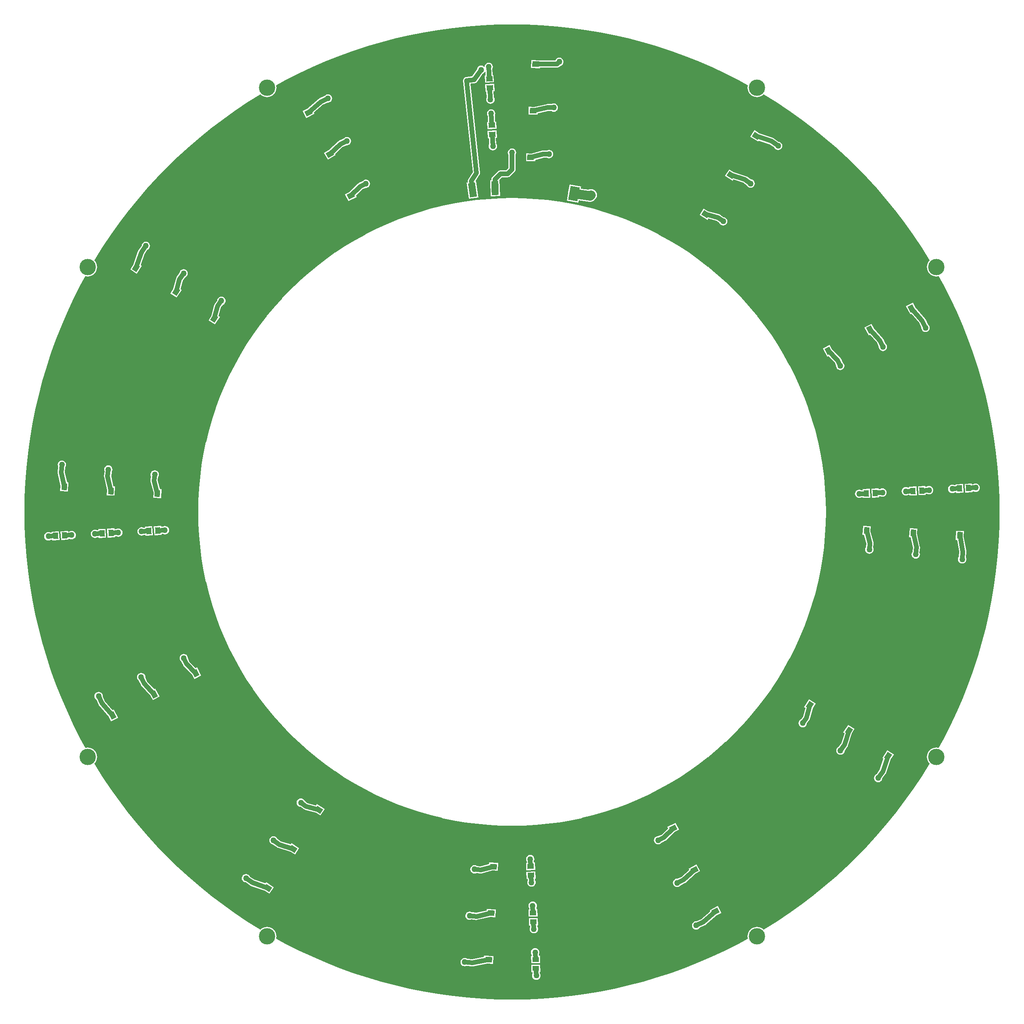
<source format=gbl>
G04 Layer_Physical_Order=2*
G04 Layer_Color=16711680*
%FSLAX42Y42*%
%MOMM*%
G71*
G01*
G75*
%ADD116C,1.00*%
%ADD118C,3.50*%
%ADD119C,1.27*%
G04:AMPARAMS|DCode=120|XSize=1.4mm|YSize=1.05mm|CornerRadius=0mm|HoleSize=0mm|Usage=FLASHONLY|Rotation=272.678|XOffset=0mm|YOffset=0mm|HoleType=Round|Shape=Rectangle|*
%AMROTATEDRECTD120*
4,1,4,-0.56,0.67,0.49,0.72,0.56,-0.67,-0.49,-0.72,-0.56,0.67,0.0*
%
%ADD120ROTATEDRECTD120*%

G04:AMPARAMS|DCode=121|XSize=1.4mm|YSize=1.05mm|CornerRadius=0mm|HoleSize=0mm|Usage=FLASHONLY|Rotation=2.023|XOffset=0mm|YOffset=0mm|HoleType=Round|Shape=Rectangle|*
%AMROTATEDRECTD121*
4,1,4,-0.68,-0.55,-0.72,0.50,0.68,0.55,0.72,-0.50,-0.68,-0.55,0.0*
%
%ADD121ROTATEDRECTD121*%

G04:AMPARAMS|DCode=122|XSize=1.4mm|YSize=1.05mm|CornerRadius=0mm|HoleSize=0mm|Usage=FLASHONLY|Rotation=3.004|XOffset=0mm|YOffset=0mm|HoleType=Round|Shape=Rectangle|*
%AMROTATEDRECTD122*
4,1,4,-0.67,-0.56,-0.73,0.49,0.67,0.56,0.73,-0.49,-0.67,-0.56,0.0*
%
%ADD122ROTATEDRECTD122*%

G04:AMPARAMS|DCode=123|XSize=1.4mm|YSize=1.05mm|CornerRadius=0mm|HoleSize=0mm|Usage=FLASHONLY|Rotation=272.498|XOffset=0mm|YOffset=0mm|HoleType=Round|Shape=Rectangle|*
%AMROTATEDRECTD123*
4,1,4,-0.56,0.68,0.49,0.72,0.56,-0.68,-0.49,-0.72,-0.56,0.68,0.0*
%
%ADD123ROTATEDRECTD123*%

G04:AMPARAMS|DCode=124|XSize=1.4mm|YSize=1.05mm|CornerRadius=0mm|HoleSize=0mm|Usage=FLASHONLY|Rotation=1.976|XOffset=0mm|YOffset=0mm|HoleType=Round|Shape=Rectangle|*
%AMROTATEDRECTD124*
4,1,4,-0.68,-0.55,-0.72,0.50,0.68,0.55,0.72,-0.50,-0.68,-0.55,0.0*
%
%ADD124ROTATEDRECTD124*%

G04:AMPARAMS|DCode=125|XSize=1.4mm|YSize=1.05mm|CornerRadius=0mm|HoleSize=0mm|Usage=FLASHONLY|Rotation=3.000|XOffset=0mm|YOffset=0mm|HoleType=Round|Shape=Rectangle|*
%AMROTATEDRECTD125*
4,1,4,-0.67,-0.56,-0.73,0.49,0.67,0.56,0.73,-0.49,-0.67,-0.56,0.0*
%
%ADD125ROTATEDRECTD125*%

G04:AMPARAMS|DCode=126|XSize=1.4mm|YSize=1.05mm|CornerRadius=0mm|HoleSize=0mm|Usage=FLASHONLY|Rotation=273.177|XOffset=0mm|YOffset=0mm|HoleType=Round|Shape=Rectangle|*
%AMROTATEDRECTD126*
4,1,4,-0.56,0.67,0.49,0.73,0.56,-0.67,-0.49,-0.73,-0.56,0.67,0.0*
%
%ADD126ROTATEDRECTD126*%

G04:AMPARAMS|DCode=127|XSize=1.4mm|YSize=1.05mm|CornerRadius=0mm|HoleSize=0mm|Usage=FLASHONLY|Rotation=2.523|XOffset=0mm|YOffset=0mm|HoleType=Round|Shape=Rectangle|*
%AMROTATEDRECTD127*
4,1,4,-0.68,-0.56,-0.72,0.49,0.68,0.56,0.72,-0.49,-0.68,-0.56,0.0*
%
%ADD127ROTATEDRECTD127*%

G04:AMPARAMS|DCode=128|XSize=1.45mm|YSize=1.15mm|CornerRadius=0mm|HoleSize=0mm|Usage=FLASHONLY|Rotation=178.525|XOffset=0mm|YOffset=0mm|HoleType=Round|Shape=Rectangle|*
%AMROTATEDRECTD128*
4,1,4,0.74,0.56,0.71,-0.59,-0.74,-0.56,-0.71,0.59,0.74,0.56,0.0*
%
%ADD128ROTATEDRECTD128*%

G04:AMPARAMS|DCode=129|XSize=1.45mm|YSize=1.15mm|CornerRadius=0mm|HoleSize=0mm|Usage=FLASHONLY|Rotation=178.500|XOffset=0mm|YOffset=0mm|HoleType=Round|Shape=Rectangle|*
%AMROTATEDRECTD129*
4,1,4,0.74,0.56,0.71,-0.59,-0.74,-0.56,-0.71,0.59,0.74,0.56,0.0*
%
%ADD129ROTATEDRECTD129*%

G04:AMPARAMS|DCode=130|XSize=1.45mm|YSize=1.15mm|CornerRadius=0mm|HoleSize=0mm|Usage=FLASHONLY|Rotation=177.821|XOffset=0mm|YOffset=0mm|HoleType=Round|Shape=Rectangle|*
%AMROTATEDRECTD130*
4,1,4,0.75,0.55,0.70,-0.60,-0.75,-0.55,-0.70,0.60,0.75,0.55,0.0*
%
%ADD130ROTATEDRECTD130*%

G04:AMPARAMS|DCode=131|XSize=1.45mm|YSize=1.15mm|CornerRadius=0mm|HoleSize=0mm|Usage=FLASHONLY|Rotation=148.237|XOffset=0mm|YOffset=0mm|HoleType=Round|Shape=Rectangle|*
%AMROTATEDRECTD131*
4,1,4,0.92,0.11,0.31,-0.87,-0.92,-0.11,-0.31,0.87,0.92,0.11,0.0*
%
%ADD131ROTATEDRECTD131*%

G04:AMPARAMS|DCode=132|XSize=1.45mm|YSize=1.15mm|CornerRadius=0mm|HoleSize=0mm|Usage=FLASHONLY|Rotation=147.368|XOffset=0mm|YOffset=0mm|HoleType=Round|Shape=Rectangle|*
%AMROTATEDRECTD132*
4,1,4,0.92,0.09,0.30,-0.88,-0.92,-0.09,-0.30,0.88,0.92,0.09,0.0*
%
%ADD132ROTATEDRECTD132*%

G04:AMPARAMS|DCode=133|XSize=1.45mm|YSize=1.15mm|CornerRadius=0mm|HoleSize=0mm|Usage=FLASHONLY|Rotation=146.785|XOffset=0mm|YOffset=0mm|HoleType=Round|Shape=Rectangle|*
%AMROTATEDRECTD133*
4,1,4,0.92,0.08,0.29,-0.88,-0.92,-0.08,-0.29,0.88,0.92,0.08,0.0*
%
%ADD133ROTATEDRECTD133*%

G04:AMPARAMS|DCode=134|XSize=1.45mm|YSize=1.15mm|CornerRadius=0mm|HoleSize=0mm|Usage=FLASHONLY|Rotation=117.269|XOffset=0mm|YOffset=0mm|HoleType=Round|Shape=Rectangle|*
%AMROTATEDRECTD134*
4,1,4,0.84,-0.38,-0.18,-0.91,-0.84,0.38,0.18,0.91,0.84,-0.38,0.0*
%
%ADD134ROTATEDRECTD134*%

G04:AMPARAMS|DCode=135|XSize=1.45mm|YSize=1.15mm|CornerRadius=0mm|HoleSize=0mm|Usage=FLASHONLY|Rotation=117.500|XOffset=0mm|YOffset=0mm|HoleType=Round|Shape=Rectangle|*
%AMROTATEDRECTD135*
4,1,4,0.84,-0.38,-0.18,-0.91,-0.84,0.38,0.18,0.91,0.84,-0.38,0.0*
%
%ADD135ROTATEDRECTD135*%

G04:AMPARAMS|DCode=136|XSize=1.45mm|YSize=1.15mm|CornerRadius=0mm|HoleSize=0mm|Usage=FLASHONLY|Rotation=116.986|XOffset=0mm|YOffset=0mm|HoleType=Round|Shape=Rectangle|*
%AMROTATEDRECTD136*
4,1,4,0.84,-0.39,-0.18,-0.91,-0.84,0.39,0.18,0.91,0.84,-0.39,0.0*
%
%ADD136ROTATEDRECTD136*%

G04:AMPARAMS|DCode=137|XSize=1.45mm|YSize=1.15mm|CornerRadius=0mm|HoleSize=0mm|Usage=FLASHONLY|Rotation=86.739|XOffset=0mm|YOffset=0mm|HoleType=Round|Shape=Rectangle|*
%AMROTATEDRECTD137*
4,1,4,0.53,-0.76,-0.62,-0.69,-0.53,0.76,0.62,0.69,0.53,-0.76,0.0*
%
%ADD137ROTATEDRECTD137*%

G04:AMPARAMS|DCode=138|XSize=1.45mm|YSize=1.15mm|CornerRadius=0mm|HoleSize=0mm|Usage=FLASHONLY|Rotation=86.848|XOffset=0mm|YOffset=0mm|HoleType=Round|Shape=Rectangle|*
%AMROTATEDRECTD138*
4,1,4,0.53,-0.76,-0.61,-0.69,-0.53,0.76,0.61,0.69,0.53,-0.76,0.0*
%
%ADD138ROTATEDRECTD138*%

G04:AMPARAMS|DCode=139|XSize=1.45mm|YSize=1.15mm|CornerRadius=0mm|HoleSize=0mm|Usage=FLASHONLY|Rotation=87.572|XOffset=0mm|YOffset=0mm|HoleType=Round|Shape=Rectangle|*
%AMROTATEDRECTD139*
4,1,4,0.54,-0.75,-0.61,-0.70,-0.54,0.75,0.61,0.70,0.54,-0.75,0.0*
%
%ADD139ROTATEDRECTD139*%

G04:AMPARAMS|DCode=140|XSize=1.45mm|YSize=1.15mm|CornerRadius=0mm|HoleSize=0mm|Usage=FLASHONLY|Rotation=56.445|XOffset=0mm|YOffset=0mm|HoleType=Round|Shape=Rectangle|*
%AMROTATEDRECTD140*
4,1,4,0.08,-0.92,-0.88,-0.29,-0.08,0.92,0.88,0.29,0.08,-0.92,0.0*
%
%ADD140ROTATEDRECTD140*%

G04:AMPARAMS|DCode=141|XSize=1.45mm|YSize=1.15mm|CornerRadius=0mm|HoleSize=0mm|Usage=FLASHONLY|Rotation=56.992|XOffset=0mm|YOffset=0mm|HoleType=Round|Shape=Rectangle|*
%AMROTATEDRECTD141*
4,1,4,0.09,-0.92,-0.88,-0.29,-0.09,0.92,0.88,0.29,0.09,-0.92,0.0*
%
%ADD141ROTATEDRECTD141*%

G04:AMPARAMS|DCode=142|XSize=1.45mm|YSize=1.15mm|CornerRadius=0mm|HoleSize=0mm|Usage=FLASHONLY|Rotation=56.772|XOffset=0mm|YOffset=0mm|HoleType=Round|Shape=Rectangle|*
%AMROTATEDRECTD142*
4,1,4,0.08,-0.92,-0.88,-0.29,-0.08,0.92,0.88,0.29,0.08,-0.92,0.0*
%
%ADD142ROTATEDRECTD142*%

G04:AMPARAMS|DCode=143|XSize=1.45mm|YSize=1.15mm|CornerRadius=0mm|HoleSize=0mm|Usage=FLASHONLY|Rotation=27.272|XOffset=0mm|YOffset=0mm|HoleType=Round|Shape=Rectangle|*
%AMROTATEDRECTD143*
4,1,4,-0.38,-0.84,-0.91,0.18,0.38,0.84,0.91,-0.18,-0.38,-0.84,0.0*
%
%ADD143ROTATEDRECTD143*%

G04:AMPARAMS|DCode=144|XSize=1.45mm|YSize=1.15mm|CornerRadius=0mm|HoleSize=0mm|Usage=FLASHONLY|Rotation=27.304|XOffset=0mm|YOffset=0mm|HoleType=Round|Shape=Rectangle|*
%AMROTATEDRECTD144*
4,1,4,-0.38,-0.84,-0.91,0.18,0.38,0.84,0.91,-0.18,-0.38,-0.84,0.0*
%
%ADD144ROTATEDRECTD144*%

G04:AMPARAMS|DCode=145|XSize=1.45mm|YSize=1.15mm|CornerRadius=0mm|HoleSize=0mm|Usage=FLASHONLY|Rotation=26.794|XOffset=0mm|YOffset=0mm|HoleType=Round|Shape=Rectangle|*
%AMROTATEDRECTD145*
4,1,4,-0.39,-0.84,-0.91,0.19,0.39,0.84,0.91,-0.19,-0.39,-0.84,0.0*
%
%ADD145ROTATEDRECTD145*%

G04:AMPARAMS|DCode=146|XSize=1.45mm|YSize=1.15mm|CornerRadius=0mm|HoleSize=0mm|Usage=FLASHONLY|Rotation=357.220|XOffset=0mm|YOffset=0mm|HoleType=Round|Shape=Rectangle|*
%AMROTATEDRECTD146*
4,1,4,-0.75,-0.54,-0.70,0.61,0.75,0.54,0.70,-0.61,-0.75,-0.54,0.0*
%
%ADD146ROTATEDRECTD146*%

G04:AMPARAMS|DCode=147|XSize=1.45mm|YSize=1.15mm|CornerRadius=0mm|HoleSize=0mm|Usage=FLASHONLY|Rotation=357.169|XOffset=0mm|YOffset=0mm|HoleType=Round|Shape=Rectangle|*
%AMROTATEDRECTD147*
4,1,4,-0.75,-0.54,-0.70,0.61,0.75,0.54,0.70,-0.61,-0.75,-0.54,0.0*
%
%ADD147ROTATEDRECTD147*%

G04:AMPARAMS|DCode=148|XSize=1.45mm|YSize=1.15mm|CornerRadius=0mm|HoleSize=0mm|Usage=FLASHONLY|Rotation=357.386|XOffset=0mm|YOffset=0mm|HoleType=Round|Shape=Rectangle|*
%AMROTATEDRECTD148*
4,1,4,-0.75,-0.54,-0.70,0.61,0.75,0.54,0.70,-0.61,-0.75,-0.54,0.0*
%
%ADD148ROTATEDRECTD148*%

G04:AMPARAMS|DCode=149|XSize=1.45mm|YSize=1.15mm|CornerRadius=0mm|HoleSize=0mm|Usage=FLASHONLY|Rotation=326.426|XOffset=0mm|YOffset=0mm|HoleType=Round|Shape=Rectangle|*
%AMROTATEDRECTD149*
4,1,4,-0.92,-0.08,-0.29,0.88,0.92,0.08,0.29,-0.88,-0.92,-0.08,0.0*
%
%ADD149ROTATEDRECTD149*%

G04:AMPARAMS|DCode=150|XSize=1.45mm|YSize=1.15mm|CornerRadius=0mm|HoleSize=0mm|Usage=FLASHONLY|Rotation=209.832|XOffset=0mm|YOffset=0mm|HoleType=Round|Shape=Rectangle|*
%AMROTATEDRECTD150*
4,1,4,0.34,0.86,0.91,-0.14,-0.34,-0.86,-0.91,0.14,0.34,0.86,0.0*
%
%ADD150ROTATEDRECTD150*%

G04:AMPARAMS|DCode=151|XSize=3mm|YSize=1.5mm|CornerRadius=0mm|HoleSize=0mm|Usage=FLASHONLY|Rotation=98.000|XOffset=0mm|YOffset=0mm|HoleType=Round|Shape=Rectangle|*
%AMROTATEDRECTD151*
4,1,4,0.95,-1.38,-0.53,-1.59,-0.95,1.38,0.53,1.59,0.95,-1.38,0.0*
%
%ADD151ROTATEDRECTD151*%

G04:AMPARAMS|DCode=152|XSize=3mm|YSize=1.5mm|CornerRadius=0mm|HoleSize=0mm|Usage=FLASHONLY|Rotation=272.000|XOffset=0mm|YOffset=0mm|HoleType=Round|Shape=Rectangle|*
%AMROTATEDRECTD152*
4,1,4,-0.80,1.47,0.70,1.53,0.80,-1.47,-0.70,-1.53,-0.80,1.47,0.0*
%
%ADD152ROTATEDRECTD152*%

G04:AMPARAMS|DCode=153|XSize=3mm|YSize=2mm|CornerRadius=0mm|HoleSize=0mm|Usage=FLASHONLY|Rotation=84.000|XOffset=0mm|YOffset=0mm|HoleType=Round|Shape=Rectangle|*
%AMROTATEDRECTD153*
4,1,4,0.84,-1.60,-1.15,-1.39,-0.84,1.60,1.15,1.39,0.84,-1.60,0.0*
%
%ADD153ROTATEDRECTD153*%

G04:AMPARAMS|DCode=154|XSize=3mm|YSize=2mm|CornerRadius=0mm|HoleSize=0mm|Usage=FLASHONLY|Rotation=80.000|XOffset=0mm|YOffset=0mm|HoleType=Round|Shape=Rectangle|*
%AMROTATEDRECTD154*
4,1,4,0.72,-1.65,-1.25,-1.30,-0.72,1.65,1.25,1.30,0.72,-1.65,0.0*
%
%ADD154ROTATEDRECTD154*%

%ADD155C,2.00*%
G36*
X316Y10446D02*
X631Y10432D01*
X946Y10408D01*
X1260Y10375D01*
X1573Y10332D01*
X1884Y10280D01*
X2194Y10218D01*
X2501Y10147D01*
X2806Y10067D01*
X3109Y9978D01*
X3409Y9880D01*
X3706Y9772D01*
X3999Y9656D01*
X4289Y9530D01*
X4575Y9397D01*
X4857Y9254D01*
X5056Y9145D01*
X5052Y9133D01*
X5049Y9093D01*
X5052Y9054D01*
X5064Y9016D01*
X5083Y8981D01*
X5108Y8951D01*
X5138Y8926D01*
X5173Y8907D01*
X5211Y8896D01*
X5250Y8892D01*
X5289Y8896D01*
X5327Y8907D01*
X5362Y8926D01*
X5392Y8951D01*
X5393Y8952D01*
X5407Y8944D01*
X5674Y8777D01*
X5937Y8601D01*
X6194Y8418D01*
X6445Y8227D01*
X6691Y8029D01*
X6930Y7823D01*
X7164Y7610D01*
X7390Y7390D01*
X7610Y7164D01*
X7823Y6930D01*
X8029Y6691D01*
X8227Y6445D01*
X8418Y6194D01*
X8601Y5937D01*
X8777Y5674D01*
X8944Y5407D01*
X8952Y5393D01*
X8951Y5392D01*
X8926Y5362D01*
X8907Y5327D01*
X8896Y5289D01*
X8892Y5250D01*
X8896Y5211D01*
X8907Y5173D01*
X8926Y5138D01*
X8951Y5108D01*
X8981Y5083D01*
X9016Y5064D01*
X9054Y5052D01*
X9093Y5049D01*
X9133Y5052D01*
X9145Y5056D01*
X9254Y4857D01*
X9397Y4575D01*
X9530Y4289D01*
X9656Y3999D01*
X9772Y3706D01*
X9880Y3409D01*
X9978Y3109D01*
X10067Y2806D01*
X10147Y2501D01*
X10218Y2194D01*
X10280Y1884D01*
X10332Y1573D01*
X10375Y1260D01*
X10408Y946D01*
X10432Y631D01*
X10446Y316D01*
X10451Y0D01*
X10446Y-316D01*
X10432Y-631D01*
X10408Y-946D01*
X10375Y-1260D01*
X10332Y-1573D01*
X10280Y-1884D01*
X10218Y-2194D01*
X10147Y-2501D01*
X10067Y-2806D01*
X9978Y-3109D01*
X9880Y-3409D01*
X9772Y-3706D01*
X9656Y-3999D01*
X9530Y-4289D01*
X9397Y-4575D01*
X9254Y-4857D01*
X9145Y-5056D01*
X9133Y-5052D01*
X9093Y-5049D01*
X9054Y-5052D01*
X9016Y-5064D01*
X8981Y-5083D01*
X8951Y-5108D01*
X8926Y-5138D01*
X8907Y-5173D01*
X8896Y-5211D01*
X8892Y-5250D01*
X8896Y-5289D01*
X8907Y-5327D01*
X8926Y-5362D01*
X8951Y-5392D01*
X8952Y-5393D01*
X8944Y-5407D01*
X8777Y-5674D01*
X8601Y-5937D01*
X8418Y-6194D01*
X8227Y-6445D01*
X8029Y-6691D01*
X7823Y-6930D01*
X7610Y-7164D01*
X7390Y-7390D01*
X7164Y-7610D01*
X6930Y-7823D01*
X6691Y-8029D01*
X6445Y-8227D01*
X6194Y-8418D01*
X5937Y-8601D01*
X5674Y-8777D01*
X5407Y-8944D01*
X5393Y-8952D01*
X5392Y-8951D01*
X5362Y-8926D01*
X5327Y-8907D01*
X5289Y-8896D01*
X5250Y-8892D01*
X5211Y-8896D01*
X5173Y-8907D01*
X5138Y-8926D01*
X5108Y-8951D01*
X5083Y-8981D01*
X5064Y-9016D01*
X5052Y-9054D01*
X5049Y-9093D01*
X5052Y-9133D01*
X5056Y-9145D01*
X4857Y-9254D01*
X4575Y-9397D01*
X4289Y-9530D01*
X3999Y-9656D01*
X3706Y-9772D01*
X3409Y-9880D01*
X3109Y-9978D01*
X2806Y-10067D01*
X2501Y-10147D01*
X2194Y-10218D01*
X1884Y-10280D01*
X1573Y-10332D01*
X1260Y-10375D01*
X946Y-10408D01*
X631Y-10432D01*
X316Y-10446D01*
X0Y-10451D01*
X-316Y-10446D01*
X-631Y-10432D01*
X-946Y-10408D01*
X-1260Y-10375D01*
X-1573Y-10332D01*
X-1884Y-10280D01*
X-2194Y-10218D01*
X-2501Y-10147D01*
X-2806Y-10067D01*
X-3109Y-9978D01*
X-3409Y-9880D01*
X-3706Y-9772D01*
X-3999Y-9656D01*
X-4289Y-9530D01*
X-4575Y-9397D01*
X-4857Y-9254D01*
X-5056Y-9145D01*
X-5052Y-9133D01*
X-5049Y-9093D01*
X-5052Y-9054D01*
X-5064Y-9016D01*
X-5083Y-8981D01*
X-5108Y-8951D01*
X-5138Y-8926D01*
X-5173Y-8907D01*
X-5211Y-8896D01*
X-5250Y-8892D01*
X-5289Y-8896D01*
X-5327Y-8907D01*
X-5362Y-8926D01*
X-5392Y-8951D01*
X-5393Y-8952D01*
X-5407Y-8944D01*
X-5674Y-8777D01*
X-5937Y-8601D01*
X-6194Y-8418D01*
X-6445Y-8227D01*
X-6691Y-8029D01*
X-6930Y-7823D01*
X-7164Y-7610D01*
X-7390Y-7390D01*
X-7610Y-7164D01*
X-7823Y-6930D01*
X-8029Y-6691D01*
X-8227Y-6445D01*
X-8418Y-6194D01*
X-8601Y-5937D01*
X-8777Y-5674D01*
X-8944Y-5407D01*
X-8952Y-5393D01*
X-8951Y-5392D01*
X-8926Y-5362D01*
X-8907Y-5327D01*
X-8896Y-5289D01*
X-8892Y-5250D01*
X-8896Y-5211D01*
X-8907Y-5173D01*
X-8926Y-5138D01*
X-8951Y-5108D01*
X-8981Y-5083D01*
X-9016Y-5064D01*
X-9054Y-5052D01*
X-9093Y-5049D01*
X-9133Y-5052D01*
X-9145Y-5056D01*
X-9254Y-4857D01*
X-9397Y-4575D01*
X-9530Y-4289D01*
X-9656Y-3999D01*
X-9772Y-3706D01*
X-9880Y-3409D01*
X-9978Y-3109D01*
X-10067Y-2806D01*
X-10147Y-2501D01*
X-10218Y-2194D01*
X-10280Y-1884D01*
X-10332Y-1573D01*
X-10375Y-1260D01*
X-10408Y-946D01*
X-10432Y-631D01*
X-10446Y-316D01*
X-10451Y0D01*
X-10446Y316D01*
X-10432Y631D01*
X-10408Y946D01*
X-10375Y1260D01*
X-10332Y1573D01*
X-10280Y1884D01*
X-10218Y2194D01*
X-10147Y2501D01*
X-10067Y2806D01*
X-9978Y3109D01*
X-9880Y3409D01*
X-9772Y3706D01*
X-9656Y3999D01*
X-9530Y4289D01*
X-9397Y4575D01*
X-9254Y4857D01*
X-9145Y5056D01*
X-9133Y5052D01*
X-9093Y5049D01*
X-9054Y5052D01*
X-9016Y5064D01*
X-8981Y5083D01*
X-8951Y5108D01*
X-8926Y5138D01*
X-8907Y5173D01*
X-8896Y5211D01*
X-8892Y5250D01*
X-8896Y5289D01*
X-8907Y5327D01*
X-8926Y5362D01*
X-8951Y5392D01*
X-8952Y5393D01*
X-8944Y5407D01*
X-8777Y5674D01*
X-8601Y5937D01*
X-8418Y6194D01*
X-8227Y6445D01*
X-8029Y6691D01*
X-7823Y6930D01*
X-7610Y7164D01*
X-7390Y7390D01*
X-7164Y7610D01*
X-6930Y7823D01*
X-6691Y8029D01*
X-6445Y8227D01*
X-6194Y8418D01*
X-5937Y8601D01*
X-5674Y8777D01*
X-5407Y8944D01*
X-5393Y8952D01*
X-5392Y8951D01*
X-5362Y8926D01*
X-5327Y8907D01*
X-5289Y8896D01*
X-5250Y8892D01*
X-5211Y8896D01*
X-5173Y8907D01*
X-5138Y8926D01*
X-5108Y8951D01*
X-5083Y8981D01*
X-5064Y9016D01*
X-5052Y9054D01*
X-5049Y9093D01*
X-5052Y9133D01*
X-5056Y9145D01*
X-4857Y9254D01*
X-4575Y9397D01*
X-4289Y9530D01*
X-3999Y9656D01*
X-3706Y9772D01*
X-3409Y9880D01*
X-3109Y9978D01*
X-2806Y10067D01*
X-2501Y10147D01*
X-2194Y10218D01*
X-1884Y10280D01*
X-1573Y10332D01*
X-1260Y10375D01*
X-946Y10408D01*
X-631Y10432D01*
X-316Y10446D01*
X0Y10451D01*
X316Y10446D01*
D02*
G37*
%LPC*%
G36*
X-7948Y-3449D02*
X-7971Y-3452D01*
X-7993Y-3461D01*
X-8011Y-3475D01*
X-8025Y-3494D01*
X-8034Y-3515D01*
X-8038Y-3539D01*
X-8034Y-3562D01*
X-8025Y-3583D01*
X-8011Y-3602D01*
X-7998Y-3612D01*
X-7954Y-3708D01*
X-7953Y-3710D01*
X-7952Y-3712D01*
X-7948Y-3718D01*
X-7944Y-3725D01*
X-7942Y-3727D01*
X-7941Y-3728D01*
X-7752Y-3934D01*
X-7701Y-4034D01*
X-7553Y-3958D01*
X-7643Y-3784D01*
X-7670Y-3798D01*
X-7821Y-3634D01*
X-7860Y-3549D01*
X-7858Y-3539D01*
X-7861Y-3515D01*
X-7870Y-3494D01*
X-7884Y-3475D01*
X-7903Y-3461D01*
X-7925Y-3452D01*
X-7948Y-3449D01*
D02*
G37*
G36*
X9518Y-403D02*
X9510Y-598D01*
X9538Y-599D01*
X9586Y-849D01*
X9576Y-961D01*
X9569Y-969D01*
X9560Y-991D01*
X9557Y-1014D01*
X9560Y-1037D01*
X9569Y-1059D01*
X9583Y-1077D01*
X9602Y-1092D01*
X9624Y-1101D01*
X9647Y-1104D01*
X9670Y-1101D01*
X9692Y-1092D01*
X9710Y-1077D01*
X9725Y-1059D01*
X9733Y-1037D01*
X9737Y-1014D01*
X9733Y-991D01*
X9727Y-975D01*
X9739Y-853D01*
X9739Y-852D01*
X9739Y-851D01*
X9738Y-842D01*
X9738Y-833D01*
X9738Y-832D01*
X9738Y-831D01*
X9679Y-527D01*
X9684Y-410D01*
X9518Y-403D01*
D02*
G37*
G36*
X-7034Y-3042D02*
X-7058Y-3045D01*
X-7079Y-3054D01*
X-7098Y-3068D01*
X-7112Y-3087D01*
X-7121Y-3109D01*
X-7124Y-3132D01*
X-7121Y-3155D01*
X-7112Y-3177D01*
X-7098Y-3195D01*
X-7084Y-3206D01*
X-7048Y-3286D01*
X-7046Y-3289D01*
X-7045Y-3292D01*
X-7041Y-3297D01*
X-7037Y-3303D01*
X-7035Y-3305D01*
X-7033Y-3308D01*
X-6859Y-3484D01*
X-6810Y-3580D01*
X-6662Y-3504D01*
X-6751Y-3330D01*
X-6782Y-3345D01*
X-6915Y-3210D01*
X-6946Y-3142D01*
X-6945Y-3132D01*
X-6948Y-3109D01*
X-6957Y-3087D01*
X-6971Y-3068D01*
X-6989Y-3054D01*
X-7011Y-3045D01*
X-7034Y-3042D01*
D02*
G37*
G36*
X-8861Y-3856D02*
X-8885Y-3859D01*
X-8906Y-3868D01*
X-8925Y-3882D01*
X-8939Y-3901D01*
X-8948Y-3922D01*
X-8951Y-3945D01*
X-8948Y-3969D01*
X-8939Y-3990D01*
X-8925Y-4009D01*
X-8911Y-4019D01*
X-8860Y-4131D01*
X-8860Y-4132D01*
X-8860Y-4133D01*
X-8855Y-4140D01*
X-8850Y-4148D01*
X-8849Y-4148D01*
X-8849Y-4149D01*
X-8646Y-4383D01*
X-8591Y-4487D01*
X-8444Y-4411D01*
X-8535Y-4237D01*
X-8560Y-4250D01*
X-8727Y-4058D01*
X-8773Y-3956D01*
X-8772Y-3945D01*
X-8775Y-3922D01*
X-8784Y-3901D01*
X-8798Y-3882D01*
X-8817Y-3868D01*
X-8838Y-3859D01*
X-8861Y-3856D01*
D02*
G37*
G36*
X8044Y-5106D02*
X7937Y-5270D01*
X7961Y-5286D01*
X7877Y-5528D01*
X7812Y-5620D01*
X7803Y-5624D01*
X7784Y-5638D01*
X7770Y-5657D01*
X7761Y-5678D01*
X7758Y-5702D01*
X7761Y-5725D01*
X7770Y-5746D01*
X7784Y-5765D01*
X7803Y-5779D01*
X7824Y-5788D01*
X7847Y-5791D01*
X7871Y-5788D01*
X7892Y-5779D01*
X7911Y-5765D01*
X7925Y-5746D01*
X7934Y-5725D01*
X7936Y-5708D01*
X8008Y-5608D01*
X8008Y-5607D01*
X8009Y-5606D01*
X8013Y-5598D01*
X8017Y-5590D01*
X8017Y-5589D01*
X8018Y-5589D01*
X8119Y-5294D01*
X8183Y-5197D01*
X8044Y-5106D01*
D02*
G37*
G36*
X7205Y-4562D02*
X7098Y-4726D01*
X7124Y-4743D01*
X7058Y-4956D01*
X7003Y-5032D01*
X6994Y-5036D01*
X6975Y-5050D01*
X6961Y-5069D01*
X6952Y-5091D01*
X6949Y-5114D01*
X6952Y-5137D01*
X6961Y-5159D01*
X6975Y-5177D01*
X6994Y-5191D01*
X7015Y-5200D01*
X7038Y-5203D01*
X7062Y-5200D01*
X7083Y-5191D01*
X7102Y-5177D01*
X7116Y-5159D01*
X7125Y-5137D01*
X7127Y-5120D01*
X7189Y-5034D01*
X7189Y-5032D01*
X7191Y-5031D01*
X7194Y-5024D01*
X7198Y-5017D01*
X7198Y-5015D01*
X7199Y-5013D01*
X7283Y-4746D01*
X7344Y-4652D01*
X7205Y-4562D01*
D02*
G37*
G36*
X6368Y-4017D02*
X6260Y-4180D01*
X6289Y-4199D01*
X6238Y-4383D01*
X6194Y-4444D01*
X6185Y-4448D01*
X6166Y-4463D01*
X6152Y-4481D01*
X6143Y-4503D01*
X6140Y-4526D01*
X6143Y-4549D01*
X6152Y-4571D01*
X6166Y-4589D01*
X6185Y-4604D01*
X6206Y-4613D01*
X6229Y-4616D01*
X6253Y-4613D01*
X6274Y-4604D01*
X6293Y-4589D01*
X6307Y-4571D01*
X6316Y-4549D01*
X6318Y-4532D01*
X6369Y-4461D01*
X6371Y-4458D01*
X6373Y-4455D01*
X6376Y-4449D01*
X6379Y-4443D01*
X6379Y-4440D01*
X6381Y-4437D01*
X6447Y-4197D01*
X6506Y-4108D01*
X6368Y-4017D01*
D02*
G37*
G36*
X8521Y-348D02*
X8510Y-544D01*
X8541Y-545D01*
X8590Y-763D01*
X8581Y-856D01*
X8575Y-865D01*
X8566Y-886D01*
X8563Y-909D01*
X8566Y-933D01*
X8575Y-954D01*
X8589Y-973D01*
X8608Y-987D01*
X8629Y-996D01*
X8652Y-999D01*
X8676Y-996D01*
X8697Y-987D01*
X8716Y-973D01*
X8730Y-954D01*
X8739Y-933D01*
X8742Y-909D01*
X8739Y-886D01*
X8732Y-871D01*
X8743Y-766D01*
X8743Y-763D01*
X8743Y-761D01*
X8742Y-754D01*
X8742Y-746D01*
X8741Y-744D01*
X8741Y-742D01*
X8680Y-469D01*
X8686Y-357D01*
X8521Y-348D01*
D02*
G37*
G36*
X-9708Y-413D02*
X-9864Y-420D01*
X-9863Y-440D01*
X-9894Y-442D01*
X-9913Y-434D01*
X-9936Y-431D01*
X-9960Y-434D01*
X-9981Y-443D01*
X-10000Y-457D01*
X-10014Y-476D01*
X-10023Y-498D01*
X-10026Y-521D01*
X-10023Y-544D01*
X-10014Y-566D01*
X-10000Y-584D01*
X-9981Y-598D01*
X-9960Y-607D01*
X-9936Y-610D01*
X-9913Y-607D01*
X-9892Y-598D01*
X-9886Y-594D01*
X-9865Y-593D01*
X-9855Y-601D01*
X-9855Y-611D01*
X-9699Y-604D01*
X-9708Y-413D01*
D02*
G37*
G36*
X-8709Y-361D02*
X-8865Y-368D01*
X-8864Y-388D01*
X-8895Y-390D01*
X-8915Y-382D01*
X-8938Y-379D01*
X-8961Y-382D01*
X-8983Y-391D01*
X-9001Y-405D01*
X-9015Y-424D01*
X-9024Y-445D01*
X-9027Y-468D01*
X-9024Y-492D01*
X-9015Y-513D01*
X-9001Y-532D01*
X-8983Y-546D01*
X-8961Y-555D01*
X-8938Y-558D01*
X-8915Y-555D01*
X-8893Y-546D01*
X-8887Y-542D01*
X-8866Y-540D01*
X-8857Y-549D01*
X-8857Y-558D01*
X-8701Y-551D01*
X-8709Y-361D01*
D02*
G37*
G36*
X-7712Y-309D02*
X-7867Y-317D01*
X-7867Y-327D01*
X-7875Y-337D01*
X-7896Y-338D01*
X-7916Y-329D01*
X-7939Y-326D01*
X-7962Y-329D01*
X-7984Y-338D01*
X-8003Y-353D01*
X-8017Y-371D01*
X-8026Y-393D01*
X-8029Y-416D01*
X-8026Y-439D01*
X-8017Y-461D01*
X-8003Y-479D01*
X-7984Y-494D01*
X-7962Y-503D01*
X-7939Y-506D01*
X-7916Y-503D01*
X-7894Y-494D01*
X-7889Y-490D01*
X-7858Y-488D01*
X-7857Y-508D01*
X-7701Y-499D01*
X-7712Y-309D01*
D02*
G37*
G36*
X-7522Y-298D02*
X-7678Y-307D01*
X-7667Y-497D01*
X-7512Y-489D01*
X-7512Y-479D01*
X-7504Y-469D01*
X-7483Y-468D01*
X-7463Y-477D01*
X-7440Y-480D01*
X-7417Y-477D01*
X-7395Y-468D01*
X-7376Y-453D01*
X-7362Y-435D01*
X-7353Y-413D01*
X-7350Y-390D01*
X-7353Y-367D01*
X-7362Y-345D01*
X-7376Y-326D01*
X-7395Y-312D01*
X-7417Y-303D01*
X-7440Y-300D01*
X-7463Y-303D01*
X-7485Y-312D01*
X-7490Y-316D01*
X-7521Y-318D01*
X-7522Y-298D01*
D02*
G37*
G36*
X7522Y-295D02*
X7511Y-491D01*
X7546Y-493D01*
X7594Y-677D01*
X7587Y-752D01*
X7580Y-760D01*
X7571Y-782D01*
X7568Y-805D01*
X7571Y-828D01*
X7580Y-850D01*
X7594Y-868D01*
X7613Y-883D01*
X7635Y-891D01*
X7658Y-895D01*
X7681Y-891D01*
X7703Y-883D01*
X7721Y-868D01*
X7735Y-850D01*
X7744Y-828D01*
X7747Y-805D01*
X7744Y-782D01*
X7738Y-766D01*
X7746Y-678D01*
X7746Y-675D01*
X7747Y-672D01*
X7746Y-665D01*
X7746Y-659D01*
X7745Y-655D01*
X7744Y-652D01*
X7682Y-412D01*
X7688Y-305D01*
X7522Y-295D01*
D02*
G37*
G36*
X-9518Y-404D02*
X-9674Y-412D01*
X-9665Y-602D01*
X-9510Y-595D01*
X-9510Y-575D01*
X-9480Y-573D01*
X-9460Y-581D01*
X-9437Y-584D01*
X-9414Y-581D01*
X-9392Y-572D01*
X-9374Y-558D01*
X-9359Y-539D01*
X-9350Y-518D01*
X-9347Y-495D01*
X-9350Y-471D01*
X-9359Y-450D01*
X-9374Y-431D01*
X-9392Y-417D01*
X-9414Y-408D01*
X-9437Y-405D01*
X-9460Y-408D01*
X-9482Y-417D01*
X-9487Y-421D01*
X-9509Y-422D01*
X-9518Y-414D01*
X-9518Y-404D01*
D02*
G37*
G36*
X-8519Y-352D02*
X-8675Y-359D01*
X-8667Y-550D01*
X-8511Y-543D01*
X-8512Y-523D01*
X-8481Y-521D01*
X-8462Y-529D01*
X-8438Y-532D01*
X-8415Y-529D01*
X-8394Y-520D01*
X-8375Y-506D01*
X-8361Y-487D01*
X-8352Y-465D01*
X-8349Y-442D01*
X-8352Y-419D01*
X-8361Y-397D01*
X-8375Y-379D01*
X-8394Y-365D01*
X-8415Y-356D01*
X-8438Y-353D01*
X-8462Y-356D01*
X-8483Y-365D01*
X-8489Y-369D01*
X-8510Y-370D01*
X-8519Y-362D01*
X-8519Y-352D01*
D02*
G37*
G36*
X4413Y-8444D02*
X4238Y-8533D01*
X4252Y-8559D01*
X4058Y-8727D01*
X3956Y-8773D01*
X3945Y-8772D01*
X3922Y-8775D01*
X3901Y-8784D01*
X3882Y-8798D01*
X3868Y-8817D01*
X3859Y-8838D01*
X3856Y-8861D01*
X3859Y-8885D01*
X3868Y-8906D01*
X3882Y-8925D01*
X3901Y-8939D01*
X3922Y-8948D01*
X3945Y-8951D01*
X3969Y-8948D01*
X3990Y-8939D01*
X4009Y-8925D01*
X4019Y-8911D01*
X4131Y-8860D01*
X4132Y-8860D01*
X4133Y-8860D01*
X4140Y-8855D01*
X4148Y-8850D01*
X4148Y-8849D01*
X4149Y-8849D01*
X4385Y-8644D01*
X4488Y-8592D01*
X4413Y-8444D01*
D02*
G37*
G36*
X442Y-8349D02*
X419Y-8352D01*
X397Y-8361D01*
X379Y-8375D01*
X365Y-8394D01*
X356Y-8415D01*
X353Y-8438D01*
X356Y-8462D01*
X365Y-8483D01*
X369Y-8489D01*
X371Y-8509D01*
X362Y-8518D01*
X354Y-8519D01*
X359Y-8674D01*
X550Y-8668D01*
X545Y-8512D01*
X523Y-8513D01*
X521Y-8480D01*
X529Y-8462D01*
X532Y-8438D01*
X529Y-8415D01*
X520Y-8394D01*
X506Y-8375D01*
X487Y-8361D01*
X465Y-8352D01*
X442Y-8349D01*
D02*
G37*
G36*
X-545Y-8511D02*
X-546Y-8542D01*
X-763Y-8590D01*
X-856Y-8581D01*
X-865Y-8575D01*
X-886Y-8566D01*
X-909Y-8563D01*
X-933Y-8566D01*
X-954Y-8575D01*
X-973Y-8589D01*
X-987Y-8608D01*
X-996Y-8629D01*
X-999Y-8652D01*
X-996Y-8676D01*
X-987Y-8697D01*
X-973Y-8716D01*
X-954Y-8730D01*
X-933Y-8739D01*
X-909Y-8742D01*
X-886Y-8739D01*
X-871Y-8732D01*
X-766Y-8743D01*
X-763Y-8743D01*
X-761Y-8743D01*
X-754Y-8742D01*
X-746Y-8742D01*
X-744Y-8741D01*
X-742Y-8741D01*
X-469Y-8680D01*
X-357Y-8686D01*
X-349Y-8520D01*
X-545Y-8511D01*
D02*
G37*
G36*
X551Y-8702D02*
X361Y-8708D01*
X366Y-8864D01*
X387Y-8863D01*
X390Y-8896D01*
X382Y-8915D01*
X379Y-8938D01*
X382Y-8961D01*
X391Y-8983D01*
X405Y-9001D01*
X424Y-9015D01*
X445Y-9024D01*
X468Y-9027D01*
X492Y-9024D01*
X513Y-9015D01*
X532Y-9001D01*
X546Y-8983D01*
X555Y-8961D01*
X558Y-8938D01*
X555Y-8915D01*
X546Y-8893D01*
X541Y-8887D01*
X540Y-8867D01*
X549Y-8858D01*
X557Y-8858D01*
X551Y-8702D01*
D02*
G37*
G36*
X604Y-9700D02*
X413Y-9707D01*
X418Y-9863D01*
X440Y-9862D01*
X442Y-9894D01*
X434Y-9913D01*
X431Y-9936D01*
X434Y-9960D01*
X443Y-9981D01*
X457Y-10000D01*
X476Y-10014D01*
X498Y-10023D01*
X521Y-10026D01*
X544Y-10023D01*
X566Y-10014D01*
X584Y-10000D01*
X598Y-9981D01*
X607Y-9960D01*
X610Y-9936D01*
X607Y-9913D01*
X598Y-9892D01*
X594Y-9885D01*
X593Y-9866D01*
X601Y-9856D01*
X609Y-9856D01*
X604Y-9700D01*
D02*
G37*
G36*
X495Y-9347D02*
X471Y-9350D01*
X450Y-9359D01*
X431Y-9374D01*
X417Y-9392D01*
X408Y-9414D01*
X405Y-9437D01*
X408Y-9460D01*
X417Y-9482D01*
X422Y-9488D01*
X423Y-9508D01*
X414Y-9517D01*
X406Y-9517D01*
X412Y-9673D01*
X602Y-9666D01*
X597Y-9511D01*
X575Y-9511D01*
X573Y-9479D01*
X581Y-9460D01*
X584Y-9437D01*
X581Y-9414D01*
X572Y-9392D01*
X558Y-9374D01*
X539Y-9359D01*
X518Y-9350D01*
X495Y-9347D01*
D02*
G37*
G36*
X-598Y-9510D02*
X-599Y-9538D01*
X-849Y-9586D01*
X-961Y-9576D01*
X-969Y-9569D01*
X-991Y-9560D01*
X-1014Y-9557D01*
X-1037Y-9560D01*
X-1059Y-9569D01*
X-1077Y-9583D01*
X-1092Y-9602D01*
X-1101Y-9624D01*
X-1104Y-9647D01*
X-1101Y-9670D01*
X-1092Y-9692D01*
X-1077Y-9710D01*
X-1059Y-9725D01*
X-1037Y-9733D01*
X-1014Y-9737D01*
X-991Y-9733D01*
X-975Y-9727D01*
X-853Y-9739D01*
X-852Y-9739D01*
X-851Y-9739D01*
X-842Y-9738D01*
X-833Y-9738D01*
X-832Y-9738D01*
X-831Y-9738D01*
X-527Y-9679D01*
X-410Y-9684D01*
X-402Y-9518D01*
X-598Y-9510D01*
D02*
G37*
G36*
X-5702Y-7758D02*
X-5725Y-7761D01*
X-5746Y-7770D01*
X-5765Y-7784D01*
X-5779Y-7803D01*
X-5788Y-7824D01*
X-5791Y-7847D01*
X-5788Y-7871D01*
X-5779Y-7892D01*
X-5765Y-7911D01*
X-5746Y-7925D01*
X-5725Y-7934D01*
X-5708Y-7936D01*
X-5608Y-8008D01*
X-5607Y-8008D01*
X-5606Y-8009D01*
X-5598Y-8013D01*
X-5590Y-8017D01*
X-5589Y-8017D01*
X-5589Y-8018D01*
X-5295Y-8119D01*
X-5197Y-8182D01*
X-5107Y-8043D01*
X-5271Y-7937D01*
X-5287Y-7961D01*
X-5528Y-7877D01*
X-5620Y-7812D01*
X-5624Y-7803D01*
X-5638Y-7784D01*
X-5657Y-7770D01*
X-5678Y-7761D01*
X-5702Y-7758D01*
D02*
G37*
G36*
X-5114Y-6949D02*
X-5137Y-6952D01*
X-5159Y-6961D01*
X-5177Y-6975D01*
X-5191Y-6994D01*
X-5200Y-7015D01*
X-5203Y-7038D01*
X-5200Y-7062D01*
X-5191Y-7083D01*
X-5177Y-7102D01*
X-5159Y-7116D01*
X-5137Y-7125D01*
X-5120Y-7127D01*
X-5034Y-7189D01*
X-5032Y-7189D01*
X-5031Y-7191D01*
X-5024Y-7194D01*
X-5017Y-7198D01*
X-5015Y-7198D01*
X-5013Y-7199D01*
X-4746Y-7283D01*
X-4652Y-7344D01*
X-4562Y-7205D01*
X-4726Y-7098D01*
X-4743Y-7124D01*
X-4956Y-7058D01*
X-5032Y-7003D01*
X-5036Y-6994D01*
X-5050Y-6975D01*
X-5069Y-6961D01*
X-5091Y-6952D01*
X-5114Y-6949D01*
D02*
G37*
G36*
X3504Y-6662D02*
X3329Y-6752D01*
X3345Y-6782D01*
X3210Y-6915D01*
X3142Y-6946D01*
X3132Y-6945D01*
X3109Y-6948D01*
X3087Y-6957D01*
X3068Y-6971D01*
X3054Y-6989D01*
X3045Y-7011D01*
X3042Y-7034D01*
X3045Y-7058D01*
X3054Y-7079D01*
X3068Y-7098D01*
X3087Y-7112D01*
X3109Y-7121D01*
X3132Y-7124D01*
X3155Y-7121D01*
X3177Y-7112D01*
X3195Y-7098D01*
X3206Y-7084D01*
X3286Y-7048D01*
X3289Y-7046D01*
X3292Y-7045D01*
X3297Y-7041D01*
X3303Y-7037D01*
X3305Y-7035D01*
X3308Y-7033D01*
X3483Y-6859D01*
X3579Y-6810D01*
X3504Y-6662D01*
D02*
G37*
G36*
X-4526Y-6140D02*
X-4549Y-6143D01*
X-4571Y-6152D01*
X-4589Y-6166D01*
X-4604Y-6185D01*
X-4613Y-6206D01*
X-4616Y-6229D01*
X-4613Y-6253D01*
X-4604Y-6274D01*
X-4589Y-6293D01*
X-4571Y-6307D01*
X-4549Y-6316D01*
X-4532Y-6318D01*
X-4461Y-6369D01*
X-4458Y-6371D01*
X-4455Y-6373D01*
X-4449Y-6376D01*
X-4443Y-6379D01*
X-4440Y-6379D01*
X-4437Y-6381D01*
X-4197Y-6447D01*
X-4108Y-6506D01*
X-4017Y-6368D01*
X-4180Y-6260D01*
X-4199Y-6289D01*
X-4383Y-6238D01*
X-4444Y-6194D01*
X-4448Y-6185D01*
X-4463Y-6166D01*
X-4481Y-6152D01*
X-4503Y-6143D01*
X-4526Y-6140D01*
D02*
G37*
G36*
X-492Y-7512D02*
X-494Y-7546D01*
X-677Y-7594D01*
X-752Y-7587D01*
X-760Y-7580D01*
X-782Y-7571D01*
X-805Y-7568D01*
X-828Y-7571D01*
X-850Y-7580D01*
X-868Y-7594D01*
X-883Y-7613D01*
X-891Y-7635D01*
X-895Y-7658D01*
X-891Y-7681D01*
X-883Y-7703D01*
X-868Y-7721D01*
X-850Y-7735D01*
X-828Y-7744D01*
X-805Y-7747D01*
X-782Y-7744D01*
X-766Y-7738D01*
X-678Y-7746D01*
X-675Y-7746D01*
X-672Y-7747D01*
X-665Y-7746D01*
X-659Y-7746D01*
X-655Y-7745D01*
X-652Y-7744D01*
X-413Y-7682D01*
X-305Y-7687D01*
X-297Y-7521D01*
X-492Y-7512D01*
D02*
G37*
G36*
X499Y-7702D02*
X308Y-7711D01*
X315Y-7866D01*
X336Y-7865D01*
X337Y-7897D01*
X329Y-7916D01*
X326Y-7939D01*
X329Y-7962D01*
X338Y-7984D01*
X353Y-8003D01*
X371Y-8017D01*
X393Y-8026D01*
X416Y-8029D01*
X439Y-8026D01*
X461Y-8017D01*
X479Y-8003D01*
X494Y-7984D01*
X503Y-7962D01*
X506Y-7939D01*
X503Y-7916D01*
X494Y-7894D01*
X489Y-7889D01*
X488Y-7868D01*
X497Y-7858D01*
X506Y-7858D01*
X499Y-7702D01*
D02*
G37*
G36*
X3957Y-7553D02*
X3783Y-7643D01*
X3798Y-7670D01*
X3634Y-7821D01*
X3549Y-7860D01*
X3539Y-7858D01*
X3515Y-7861D01*
X3494Y-7870D01*
X3475Y-7884D01*
X3461Y-7903D01*
X3452Y-7925D01*
X3449Y-7948D01*
X3452Y-7971D01*
X3461Y-7993D01*
X3475Y-8011D01*
X3494Y-8025D01*
X3515Y-8034D01*
X3539Y-8038D01*
X3562Y-8034D01*
X3583Y-8025D01*
X3602Y-8011D01*
X3612Y-7998D01*
X3708Y-7954D01*
X3710Y-7953D01*
X3712Y-7952D01*
X3718Y-7948D01*
X3725Y-7944D01*
X3727Y-7942D01*
X3728Y-7941D01*
X3933Y-7752D01*
X4033Y-7701D01*
X3957Y-7553D01*
D02*
G37*
G36*
X390Y-7350D02*
X367Y-7353D01*
X345Y-7362D01*
X326Y-7376D01*
X312Y-7395D01*
X303Y-7417D01*
X300Y-7440D01*
X303Y-7463D01*
X312Y-7485D01*
X317Y-7490D01*
X318Y-7511D01*
X309Y-7521D01*
X300Y-7521D01*
X307Y-7677D01*
X498Y-7668D01*
X491Y-7513D01*
X470Y-7513D01*
X469Y-7482D01*
X477Y-7463D01*
X480Y-7440D01*
X477Y-7417D01*
X468Y-7395D01*
X453Y-7376D01*
X435Y-7362D01*
X413Y-7353D01*
X390Y-7350D01*
D02*
G37*
G36*
X-7658Y895D02*
X-7681Y891D01*
X-7703Y883D01*
X-7721Y868D01*
X-7735Y850D01*
X-7744Y828D01*
X-7747Y805D01*
X-7744Y782D01*
X-7738Y766D01*
X-7746Y678D01*
X-7746Y675D01*
X-7747Y672D01*
X-7746Y665D01*
X-7746Y659D01*
X-7745Y655D01*
X-7744Y652D01*
X-7682Y412D01*
X-7688Y305D01*
X-7522Y296D01*
X-7511Y491D01*
X-7546Y493D01*
X-7594Y677D01*
X-7587Y752D01*
X-7580Y760D01*
X-7571Y782D01*
X-7568Y805D01*
X-7571Y828D01*
X-7580Y850D01*
X-7594Y868D01*
X-7613Y883D01*
X-7635Y891D01*
X-7658Y895D01*
D02*
G37*
G36*
X4652Y7343D02*
X4563Y7204D01*
X4728Y7098D01*
X4744Y7124D01*
X4956Y7058D01*
X5032Y7003D01*
X5036Y6994D01*
X5050Y6975D01*
X5069Y6961D01*
X5091Y6952D01*
X5114Y6949D01*
X5137Y6952D01*
X5159Y6961D01*
X5177Y6975D01*
X5191Y6994D01*
X5200Y7015D01*
X5203Y7038D01*
X5200Y7062D01*
X5191Y7083D01*
X5177Y7102D01*
X5159Y7116D01*
X5137Y7125D01*
X5120Y7127D01*
X5034Y7189D01*
X5032Y7190D01*
X5031Y7191D01*
X5024Y7194D01*
X5017Y7198D01*
X5015Y7198D01*
X5013Y7199D01*
X4747Y7282D01*
X4652Y7343D01*
D02*
G37*
G36*
X792Y7760D02*
X769Y7757D01*
X747Y7748D01*
X745Y7747D01*
X671D01*
X661Y7745D01*
X652Y7744D01*
X415Y7682D01*
X305Y7685D01*
X301Y7519D01*
X496Y7514D01*
X497Y7546D01*
X681Y7595D01*
X745D01*
X747Y7593D01*
X769Y7584D01*
X792Y7581D01*
X815Y7584D01*
X837Y7593D01*
X855Y7607D01*
X870Y7626D01*
X879Y7647D01*
X882Y7671D01*
X879Y7694D01*
X870Y7716D01*
X855Y7734D01*
X837Y7748D01*
X815Y7757D01*
X792Y7760D01*
D02*
G37*
G36*
X-333Y8177D02*
X-524Y8167D01*
X-515Y8011D01*
X-505Y8012D01*
X-496Y8003D01*
X-489Y7882D01*
X-497Y7862D01*
X-501Y7839D01*
X-497Y7816D01*
X-488Y7794D01*
X-474Y7776D01*
X-456Y7762D01*
X-434Y7753D01*
X-411Y7750D01*
X-388Y7753D01*
X-366Y7762D01*
X-347Y7776D01*
X-333Y7794D01*
X-324Y7816D01*
X-321Y7839D01*
X-324Y7862D01*
X-333Y7884D01*
X-337Y7889D01*
X-344Y8020D01*
X-325Y8021D01*
X-333Y8177D01*
D02*
G37*
G36*
X-3132Y7124D02*
X-3155Y7121D01*
X-3177Y7112D01*
X-3195Y7098D01*
X-3206Y7084D01*
X-3286Y7048D01*
X-3289Y7046D01*
X-3292Y7045D01*
X-3297Y7041D01*
X-3303Y7037D01*
X-3305Y7035D01*
X-3308Y7033D01*
X-3484Y6859D01*
X-3580Y6810D01*
X-3505Y6662D01*
X-3330Y6750D01*
X-3346Y6781D01*
X-3210Y6915D01*
X-3142Y6946D01*
X-3132Y6945D01*
X-3109Y6948D01*
X-3087Y6957D01*
X-3068Y6971D01*
X-3054Y6989D01*
X-3045Y7011D01*
X-3042Y7034D01*
X-3045Y7058D01*
X-3054Y7079D01*
X-3068Y7098D01*
X-3087Y7112D01*
X-3109Y7121D01*
X-3132Y7124D01*
D02*
G37*
G36*
X1233Y7017D02*
X1204Y6850D01*
X1201Y6840D01*
X1201Y6834D01*
X1172Y6671D01*
X1419Y6628D01*
X1428Y6680D01*
X1657Y6648D01*
X1666Y6648D01*
X1675Y6647D01*
X1682Y6648D01*
X1690Y6648D01*
X1699Y6650D01*
X1707Y6651D01*
X1714Y6654D01*
X1722Y6656D01*
X1730Y6660D01*
X1738Y6664D01*
X1744Y6668D01*
X1751Y6672D01*
X1757Y6678D01*
X1764Y6684D01*
X1783Y6703D01*
X1803Y6729D01*
X1816Y6759D01*
X1820Y6792D01*
X1816Y6825D01*
X1803Y6855D01*
X1783Y6882D01*
X1757Y6902D01*
X1726Y6914D01*
X1693Y6919D01*
X1661Y6914D01*
X1640Y6906D01*
X1481Y6928D01*
X1474Y6938D01*
X1480Y6973D01*
X1233Y7017D01*
D02*
G37*
G36*
X0Y6727D02*
X0Y6727D01*
X-0Y6727D01*
X-251Y6722D01*
X-252Y6722D01*
X-252Y6722D01*
X-502Y6708D01*
X-503Y6708D01*
X-503Y6708D01*
X-753Y6685D01*
X-753Y6685D01*
X-754Y6685D01*
X-1002Y6652D01*
X-1003Y6652D01*
X-1003Y6652D01*
X-1250Y6610D01*
X-1251Y6610D01*
X-1251Y6610D01*
X-1496Y6559D01*
X-1497Y6558D01*
X-1497Y6558D01*
X-1741Y6498D01*
X-1741Y6498D01*
X-1742Y6498D01*
X-1982Y6428D01*
X-1983Y6428D01*
X-1983Y6428D01*
X-2221Y6350D01*
X-2222Y6349D01*
X-2222Y6349D01*
X-2457Y6262D01*
X-2458Y6262D01*
X-2458Y6262D01*
X-2690Y6166D01*
X-2690Y6166D01*
X-2691Y6166D01*
X-2918Y6061D01*
X-2919Y6061D01*
X-2919Y6061D01*
X-3143Y5948D01*
X-3143Y5947D01*
X-3144Y5947D01*
X-3363Y5826D01*
X-3363Y5826D01*
X-3364Y5826D01*
X-3579Y5696D01*
X-3579Y5696D01*
X-3579Y5696D01*
X-3789Y5558D01*
X-3789Y5558D01*
X-3790Y5558D01*
X-3994Y5413D01*
X-3995Y5413D01*
X-3995Y5412D01*
X-4194Y5260D01*
X-4194Y5259D01*
X-4195Y5259D01*
X-4388Y5099D01*
X-4388Y5099D01*
X-4388Y5099D01*
X-4575Y4932D01*
X-4576Y4931D01*
X-4576Y4931D01*
X-4756Y4757D01*
X-4757Y4757D01*
X-4757Y4756D01*
X-4931Y4576D01*
X-4931Y4576D01*
X-4932Y4575D01*
X-5099Y4388D01*
X-5099Y4388D01*
X-5099Y4388D01*
X-5259Y4195D01*
X-5259Y4194D01*
X-5260Y4194D01*
X-5412Y3995D01*
X-5413Y3995D01*
X-5413Y3994D01*
X-5558Y3790D01*
X-5558Y3789D01*
X-5558Y3789D01*
X-5696Y3579D01*
X-5696Y3579D01*
X-5696Y3579D01*
X-5826Y3364D01*
X-5826Y3363D01*
X-5826Y3363D01*
X-5947Y3144D01*
X-5947Y3143D01*
X-5948Y3143D01*
X-6061Y2919D01*
X-6061Y2919D01*
X-6061Y2918D01*
X-6166Y2691D01*
X-6166Y2690D01*
X-6166Y2690D01*
X-6262Y2458D01*
X-6262Y2458D01*
X-6262Y2457D01*
X-6349Y2222D01*
X-6349Y2222D01*
X-6350Y2221D01*
X-6428Y1983D01*
X-6428Y1983D01*
X-6428Y1982D01*
X-6498Y1742D01*
X-6498Y1741D01*
X-6498Y1741D01*
X-6558Y1497D01*
X-6558Y1497D01*
X-6559Y1496D01*
X-6610Y1251D01*
X-6610Y1251D01*
X-6610Y1250D01*
X-6652Y1003D01*
X-6652Y1003D01*
X-6652Y1002D01*
X-6685Y754D01*
X-6685Y753D01*
X-6685Y753D01*
X-6708Y503D01*
X-6708Y503D01*
X-6708Y502D01*
X-6722Y252D01*
X-6722Y252D01*
X-6722Y251D01*
X-6727Y0D01*
X-6727Y0D01*
X-6727Y-0D01*
X-6722Y-251D01*
X-6722Y-252D01*
X-6722Y-252D01*
X-6708Y-502D01*
X-6708Y-503D01*
X-6708Y-503D01*
X-6685Y-753D01*
X-6685Y-753D01*
X-6685Y-754D01*
X-6652Y-1002D01*
X-6652Y-1003D01*
X-6652Y-1003D01*
X-6610Y-1250D01*
X-6610Y-1251D01*
X-6610Y-1251D01*
X-6559Y-1496D01*
X-6558Y-1497D01*
X-6558Y-1497D01*
X-6498Y-1741D01*
X-6498Y-1741D01*
X-6498Y-1742D01*
X-6428Y-1982D01*
X-6428Y-1983D01*
X-6428Y-1983D01*
X-6350Y-2221D01*
X-6349Y-2222D01*
X-6349Y-2222D01*
X-6262Y-2457D01*
X-6262Y-2458D01*
X-6262Y-2458D01*
X-6166Y-2690D01*
X-6166Y-2690D01*
X-6166Y-2691D01*
X-6061Y-2918D01*
X-6061Y-2919D01*
X-6061Y-2919D01*
X-5948Y-3143D01*
X-5947Y-3143D01*
X-5947Y-3144D01*
X-5826Y-3363D01*
X-5826Y-3363D01*
X-5826Y-3364D01*
X-5696Y-3579D01*
X-5696Y-3579D01*
X-5696Y-3579D01*
X-5558Y-3789D01*
X-5558Y-3789D01*
X-5558Y-3790D01*
X-5413Y-3994D01*
X-5413Y-3995D01*
X-5412Y-3995D01*
X-5260Y-4194D01*
X-5259Y-4194D01*
X-5259Y-4195D01*
X-5099Y-4388D01*
X-5099Y-4388D01*
X-5099Y-4388D01*
X-4932Y-4575D01*
X-4931Y-4576D01*
X-4931Y-4576D01*
X-4757Y-4756D01*
X-4757Y-4757D01*
X-4756Y-4757D01*
X-4576Y-4931D01*
X-4576Y-4931D01*
X-4575Y-4932D01*
X-4388Y-5099D01*
X-4388Y-5099D01*
X-4388Y-5099D01*
X-4195Y-5259D01*
X-4194Y-5259D01*
X-4194Y-5260D01*
X-3995Y-5412D01*
X-3995Y-5413D01*
X-3994Y-5413D01*
X-3790Y-5558D01*
X-3789Y-5558D01*
X-3789Y-5558D01*
X-3579Y-5696D01*
X-3579Y-5696D01*
X-3579Y-5696D01*
X-3364Y-5826D01*
X-3363Y-5826D01*
X-3363Y-5826D01*
X-3144Y-5947D01*
X-3143Y-5947D01*
X-3143Y-5948D01*
X-2919Y-6061D01*
X-2919Y-6061D01*
X-2918Y-6061D01*
X-2691Y-6166D01*
X-2690Y-6166D01*
X-2690Y-6166D01*
X-2458Y-6262D01*
X-2458Y-6262D01*
X-2457Y-6262D01*
X-2222Y-6349D01*
X-2222Y-6349D01*
X-2221Y-6350D01*
X-1983Y-6428D01*
X-1983Y-6428D01*
X-1982Y-6428D01*
X-1742Y-6498D01*
X-1741Y-6498D01*
X-1741Y-6498D01*
X-1497Y-6558D01*
X-1497Y-6558D01*
X-1496Y-6559D01*
X-1251Y-6610D01*
X-1251Y-6610D01*
X-1250Y-6610D01*
X-1003Y-6652D01*
X-1003Y-6652D01*
X-1002Y-6652D01*
X-754Y-6685D01*
X-753Y-6685D01*
X-753Y-6685D01*
X-503Y-6708D01*
X-503Y-6708D01*
X-502Y-6708D01*
X-252Y-6722D01*
X-252Y-6722D01*
X-251Y-6722D01*
X-0Y-6727D01*
X0Y-6727D01*
X0Y-6727D01*
X251Y-6722D01*
X252Y-6722D01*
X252Y-6722D01*
X502Y-6708D01*
X503Y-6708D01*
X503Y-6708D01*
X753Y-6685D01*
X753Y-6685D01*
X754Y-6685D01*
X1002Y-6652D01*
X1003Y-6652D01*
X1003Y-6652D01*
X1250Y-6610D01*
X1251Y-6610D01*
X1251Y-6610D01*
X1496Y-6559D01*
X1497Y-6558D01*
X1497Y-6558D01*
X1741Y-6498D01*
X1741Y-6498D01*
X1742Y-6498D01*
X1982Y-6428D01*
X1983Y-6428D01*
X1983Y-6428D01*
X2221Y-6350D01*
X2222Y-6349D01*
X2222Y-6349D01*
X2457Y-6262D01*
X2458Y-6262D01*
X2458Y-6262D01*
X2690Y-6166D01*
X2690Y-6166D01*
X2691Y-6166D01*
X2918Y-6061D01*
X2919Y-6061D01*
X2919Y-6061D01*
X3143Y-5948D01*
X3143Y-5947D01*
X3144Y-5947D01*
X3363Y-5826D01*
X3363Y-5826D01*
X3364Y-5826D01*
X3579Y-5696D01*
X3579Y-5696D01*
X3579Y-5696D01*
X3789Y-5558D01*
X3789Y-5558D01*
X3790Y-5558D01*
X3994Y-5413D01*
X3995Y-5413D01*
X3995Y-5412D01*
X4194Y-5260D01*
X4194Y-5259D01*
X4195Y-5259D01*
X4388Y-5099D01*
X4388Y-5099D01*
X4388Y-5099D01*
X4575Y-4932D01*
X4576Y-4931D01*
X4576Y-4931D01*
X4756Y-4757D01*
X4757Y-4757D01*
X4757Y-4756D01*
X4931Y-4576D01*
X4931Y-4576D01*
X4932Y-4575D01*
X5099Y-4388D01*
X5099Y-4388D01*
X5099Y-4388D01*
X5259Y-4195D01*
X5259Y-4194D01*
X5260Y-4194D01*
X5412Y-3995D01*
X5413Y-3995D01*
X5413Y-3994D01*
X5558Y-3790D01*
X5558Y-3789D01*
X5558Y-3789D01*
X5696Y-3579D01*
X5696Y-3579D01*
X5696Y-3579D01*
X5826Y-3364D01*
X5826Y-3363D01*
X5826Y-3363D01*
X5947Y-3144D01*
X5947Y-3143D01*
X5948Y-3143D01*
X6061Y-2919D01*
X6061Y-2919D01*
X6061Y-2918D01*
X6166Y-2691D01*
X6166Y-2690D01*
X6166Y-2690D01*
X6262Y-2458D01*
X6262Y-2458D01*
X6262Y-2457D01*
X6349Y-2222D01*
X6349Y-2222D01*
X6350Y-2221D01*
X6428Y-1983D01*
X6428Y-1983D01*
X6428Y-1982D01*
X6498Y-1742D01*
X6498Y-1741D01*
X6498Y-1741D01*
X6558Y-1497D01*
X6558Y-1497D01*
X6559Y-1496D01*
X6610Y-1251D01*
X6610Y-1251D01*
X6610Y-1250D01*
X6652Y-1003D01*
X6652Y-1003D01*
X6652Y-1002D01*
X6685Y-754D01*
X6685Y-753D01*
X6685Y-753D01*
X6708Y-503D01*
X6708Y-503D01*
X6708Y-502D01*
X6722Y-252D01*
X6722Y-252D01*
X6722Y-251D01*
X6727Y-0D01*
X6727Y0D01*
X6727Y0D01*
X6722Y251D01*
X6722Y252D01*
X6722Y252D01*
X6708Y502D01*
X6708Y503D01*
X6708Y503D01*
X6685Y753D01*
X6685Y753D01*
X6685Y754D01*
X6652Y1002D01*
X6652Y1003D01*
X6652Y1003D01*
X6610Y1250D01*
X6610Y1251D01*
X6610Y1251D01*
X6559Y1496D01*
X6558Y1497D01*
X6558Y1497D01*
X6498Y1741D01*
X6498Y1741D01*
X6498Y1742D01*
X6428Y1982D01*
X6428Y1983D01*
X6428Y1983D01*
X6350Y2221D01*
X6349Y2222D01*
X6349Y2222D01*
X6262Y2457D01*
X6262Y2458D01*
X6262Y2458D01*
X6166Y2690D01*
X6166Y2690D01*
X6166Y2691D01*
X6061Y2918D01*
X6061Y2919D01*
X6061Y2919D01*
X5948Y3143D01*
X5947Y3143D01*
X5947Y3144D01*
X5826Y3363D01*
X5826Y3363D01*
X5826Y3364D01*
X5696Y3579D01*
X5696Y3579D01*
X5696Y3579D01*
X5558Y3789D01*
X5558Y3789D01*
X5558Y3790D01*
X5413Y3994D01*
X5413Y3995D01*
X5412Y3995D01*
X5260Y4194D01*
X5259Y4194D01*
X5259Y4195D01*
X5099Y4388D01*
X5099Y4388D01*
X5099Y4388D01*
X4932Y4575D01*
X4931Y4576D01*
X4931Y4576D01*
X4757Y4756D01*
X4757Y4757D01*
X4756Y4757D01*
X4576Y4931D01*
X4576Y4931D01*
X4575Y4932D01*
X4388Y5099D01*
X4388Y5099D01*
X4388Y5099D01*
X4195Y5259D01*
X4194Y5259D01*
X4194Y5260D01*
X3995Y5412D01*
X3995Y5413D01*
X3994Y5413D01*
X3790Y5558D01*
X3789Y5558D01*
X3789Y5558D01*
X3579Y5696D01*
X3579Y5696D01*
X3579Y5696D01*
X3364Y5826D01*
X3363Y5826D01*
X3363Y5826D01*
X3144Y5947D01*
X3143Y5947D01*
X3143Y5948D01*
X2919Y6061D01*
X2919Y6061D01*
X2918Y6061D01*
X2691Y6166D01*
X2690Y6166D01*
X2690Y6166D01*
X2458Y6262D01*
X2458Y6262D01*
X2457Y6262D01*
X2222Y6349D01*
X2222Y6349D01*
X2221Y6350D01*
X1983Y6428D01*
X1983Y6428D01*
X1982Y6428D01*
X1742Y6498D01*
X1741Y6498D01*
X1741Y6498D01*
X1497Y6558D01*
X1497Y6558D01*
X1496Y6559D01*
X1251Y6610D01*
X1251Y6610D01*
X1250Y6610D01*
X1003Y6652D01*
X1003Y6652D01*
X1002Y6652D01*
X754Y6685D01*
X753Y6685D01*
X753Y6685D01*
X503Y6708D01*
X503Y6708D01*
X502Y6708D01*
X252Y6722D01*
X252Y6722D01*
X251Y6722D01*
X0Y6727D01*
D02*
G37*
G36*
X0Y7790D02*
X-23Y7787D01*
X-45Y7778D01*
X-63Y7763D01*
X-78Y7745D01*
X-87Y7723D01*
X-90Y7700D01*
X-87Y7677D01*
X-78Y7655D01*
X-76Y7653D01*
Y7376D01*
X-127Y7325D01*
X-245D01*
X-264Y7322D01*
X-275Y7318D01*
X-283Y7315D01*
X-298Y7303D01*
X-418Y7184D01*
X-430Y7168D01*
X-437Y7149D01*
X-440Y7130D01*
Y7113D01*
X-470Y7112D01*
X-458Y6762D01*
X-257Y6769D01*
X-269Y7116D01*
X-213Y7173D01*
X-95D01*
X-75Y7175D01*
X-57Y7183D01*
X-41Y7195D01*
X54Y7290D01*
X66Y7306D01*
X69Y7314D01*
X73Y7324D01*
X76Y7344D01*
Y7653D01*
X78Y7655D01*
X87Y7677D01*
X90Y7700D01*
X87Y7723D01*
X78Y7745D01*
X63Y7763D01*
X45Y7778D01*
X23Y7787D01*
X0Y7790D01*
D02*
G37*
G36*
X5197Y8183D02*
X5106Y8044D01*
X5270Y7937D01*
X5286Y7961D01*
X5528Y7877D01*
X5620Y7812D01*
X5624Y7803D01*
X5638Y7784D01*
X5657Y7770D01*
X5678Y7761D01*
X5702Y7758D01*
X5725Y7761D01*
X5746Y7770D01*
X5765Y7784D01*
X5779Y7803D01*
X5788Y7824D01*
X5791Y7847D01*
X5788Y7871D01*
X5779Y7892D01*
X5765Y7911D01*
X5746Y7925D01*
X5725Y7934D01*
X5708Y7936D01*
X5608Y8008D01*
X5607Y8008D01*
X5606Y8009D01*
X5598Y8013D01*
X5590Y8017D01*
X5589Y8017D01*
X5589Y8018D01*
X5294Y8119D01*
X5197Y8183D01*
D02*
G37*
G36*
X-3945Y8951D02*
X-3969Y8948D01*
X-3990Y8939D01*
X-4009Y8925D01*
X-4019Y8911D01*
X-4131Y8860D01*
X-4132Y8860D01*
X-4133Y8860D01*
X-4140Y8855D01*
X-4148Y8850D01*
X-4148Y8849D01*
X-4149Y8849D01*
X-4384Y8645D01*
X-4488Y8592D01*
X-4413Y8444D01*
X-4238Y8533D01*
X-4251Y8559D01*
X-4058Y8727D01*
X-3956Y8773D01*
X-3945Y8772D01*
X-3922Y8775D01*
X-3901Y8784D01*
X-3882Y8798D01*
X-3868Y8817D01*
X-3859Y8838D01*
X-3856Y8861D01*
X-3859Y8885D01*
X-3868Y8906D01*
X-3882Y8925D01*
X-3901Y8939D01*
X-3922Y8948D01*
X-3945Y8951D01*
D02*
G37*
G36*
X-500Y9627D02*
X-523Y9624D01*
X-545Y9615D01*
X-563Y9600D01*
X-577Y9582D01*
X-586Y9560D01*
X-588Y9547D01*
X-593Y9544D01*
X-602Y9542D01*
X-618Y9555D01*
X-639Y9563D01*
X-663Y9567D01*
X-686Y9563D01*
X-708Y9555D01*
X-726Y9540D01*
X-740Y9522D01*
X-749Y9500D01*
X-752Y9482D01*
X-853Y9337D01*
X-979Y9325D01*
X-980Y9325D01*
X-980Y9325D01*
X-989Y9322D01*
X-999Y9320D01*
X-999Y9320D01*
X-999Y9320D01*
X-1008Y9315D01*
X-1016Y9311D01*
X-1017Y9311D01*
X-1017Y9311D01*
X-1024Y9304D01*
X-1031Y9297D01*
X-1031Y9297D01*
X-1031Y9297D01*
X-1036Y9289D01*
X-1041Y9281D01*
X-1041Y9280D01*
X-1042Y9280D01*
X-1044Y9271D01*
X-1047Y9262D01*
X-1047Y9261D01*
X-1047Y9261D01*
X-1047Y9251D01*
X-1048Y9242D01*
X-1048Y9241D01*
X-1048Y9241D01*
X-842Y7279D01*
X-935Y7139D01*
X-938Y7132D01*
X-941Y7126D01*
X-942Y7124D01*
X-943Y7121D01*
X-945Y7114D01*
X-947Y7107D01*
X-947Y7104D01*
X-947Y7101D01*
X-947Y7094D01*
X-947Y7087D01*
X-944Y7062D01*
X-971Y7058D01*
X-922Y6711D01*
X-723Y6738D01*
X-772Y7086D01*
X-774Y7086D01*
X-780Y7096D01*
X-700Y7218D01*
X-697Y7224D01*
X-694Y7229D01*
X-693Y7233D01*
X-691Y7236D01*
X-690Y7242D01*
X-688Y7248D01*
X-688Y7252D01*
X-687Y7255D01*
X-688Y7262D01*
X-687Y7268D01*
X-888Y9172D01*
X-879Y9182D01*
X-803Y9189D01*
X-800Y9190D01*
X-797Y9190D01*
X-791Y9192D01*
X-784Y9193D01*
X-781Y9195D01*
X-778Y9196D01*
X-772Y9199D01*
X-766Y9203D01*
X-764Y9205D01*
X-762Y9206D01*
X-757Y9212D01*
X-752Y9216D01*
X-750Y9219D01*
X-748Y9221D01*
X-627Y9396D01*
X-618Y9399D01*
X-599Y9413D01*
X-585Y9432D01*
X-583Y9436D01*
X-571Y9434D01*
X-566Y9356D01*
X-586Y9355D01*
X-578Y9199D01*
X-387Y9209D01*
X-395Y9365D01*
X-406Y9365D01*
X-415Y9373D01*
X-421Y9494D01*
X-413Y9514D01*
X-410Y9537D01*
X-413Y9560D01*
X-422Y9582D01*
X-436Y9600D01*
X-455Y9615D01*
X-477Y9624D01*
X-500Y9627D01*
D02*
G37*
G36*
X1014Y9737D02*
X991Y9733D01*
X969Y9725D01*
X951Y9710D01*
X936Y9692D01*
X928Y9673D01*
X608D01*
X605Y9676D01*
Y9676D01*
X410Y9683D01*
X403Y9518D01*
X599Y9510D01*
X599Y9521D01*
X964D01*
X984Y9523D01*
X1002Y9531D01*
X1018Y9543D01*
X1035Y9560D01*
X1037Y9560D01*
X1059Y9569D01*
X1077Y9583D01*
X1092Y9602D01*
X1101Y9624D01*
X1104Y9647D01*
X1101Y9670D01*
X1092Y9692D01*
X1077Y9710D01*
X1059Y9725D01*
X1037Y9733D01*
X1014Y9737D01*
D02*
G37*
G36*
X-385Y9175D02*
X-576Y9165D01*
X-568Y9010D01*
X-557Y9010D01*
X-548Y9002D01*
X-542Y8881D01*
X-550Y8861D01*
X-553Y8838D01*
X-550Y8815D01*
X-541Y8793D01*
X-527Y8774D01*
X-508Y8760D01*
X-486Y8751D01*
X-463Y8748D01*
X-440Y8751D01*
X-418Y8760D01*
X-400Y8774D01*
X-386Y8793D01*
X-377Y8815D01*
X-374Y8838D01*
X-377Y8861D01*
X-386Y8883D01*
X-390Y8888D01*
X-396Y9019D01*
X-377Y9020D01*
X-385Y9175D01*
D02*
G37*
G36*
X-3539Y8038D02*
X-3562Y8034D01*
X-3583Y8025D01*
X-3602Y8011D01*
X-3612Y7998D01*
X-3708Y7954D01*
X-3710Y7953D01*
X-3712Y7952D01*
X-3719Y7948D01*
X-3725Y7944D01*
X-3727Y7942D01*
X-3728Y7941D01*
X-3928Y7756D01*
X-4031Y7697D01*
X-3949Y7553D01*
X-3779Y7650D01*
X-3792Y7674D01*
X-3634Y7821D01*
X-3549Y7860D01*
X-3539Y7858D01*
X-3515Y7861D01*
X-3494Y7870D01*
X-3475Y7884D01*
X-3461Y7903D01*
X-3452Y7925D01*
X-3449Y7948D01*
X-3452Y7971D01*
X-3461Y7993D01*
X-3475Y8011D01*
X-3494Y8025D01*
X-3515Y8034D01*
X-3539Y8038D01*
D02*
G37*
G36*
X-447Y8628D02*
X-471Y8625D01*
X-492Y8616D01*
X-511Y8602D01*
X-525Y8583D01*
X-534Y8561D01*
X-537Y8538D01*
X-534Y8515D01*
X-525Y8493D01*
X-521Y8488D01*
X-514Y8357D01*
X-533Y8356D01*
X-525Y8201D01*
X-335Y8211D01*
X-343Y8366D01*
X-353Y8366D01*
X-363Y8374D01*
X-369Y8495D01*
X-361Y8515D01*
X-358Y8538D01*
X-361Y8561D01*
X-370Y8583D01*
X-384Y8602D01*
X-403Y8616D01*
X-424Y8625D01*
X-447Y8628D01*
D02*
G37*
G36*
X895Y8757D02*
X872Y8754D01*
X850Y8745D01*
X848Y8743D01*
X758D01*
X750Y8742D01*
X742Y8741D01*
X473Y8681D01*
X357Y8684D01*
X353Y8518D01*
X549Y8513D01*
X549Y8542D01*
X767Y8591D01*
X848D01*
X850Y8589D01*
X872Y8580D01*
X895Y8577D01*
X918Y8580D01*
X940Y8589D01*
X958Y8603D01*
X972Y8622D01*
X981Y8644D01*
X985Y8667D01*
X981Y8690D01*
X972Y8712D01*
X958Y8730D01*
X940Y8745D01*
X918Y8754D01*
X895Y8757D01*
D02*
G37*
G36*
X7939Y506D02*
X7916Y503D01*
X7894Y494D01*
X7892Y492D01*
X7859D01*
X7859Y505D01*
X7703Y499D01*
X7710Y308D01*
X7866Y314D01*
X7865Y331D01*
X7874Y340D01*
X7892D01*
X7894Y338D01*
X7916Y329D01*
X7939Y326D01*
X7962Y329D01*
X7984Y338D01*
X8003Y353D01*
X8017Y371D01*
X8026Y393D01*
X8029Y416D01*
X8026Y439D01*
X8017Y461D01*
X8003Y479D01*
X7984Y494D01*
X7962Y503D01*
X7939Y506D01*
D02*
G37*
G36*
X8667Y550D02*
X8511Y543D01*
X8512Y523D01*
X8481Y521D01*
X8462Y529D01*
X8438Y532D01*
X8415Y529D01*
X8394Y520D01*
X8375Y506D01*
X8361Y487D01*
X8352Y465D01*
X8349Y442D01*
X8352Y419D01*
X8361Y397D01*
X8375Y379D01*
X8394Y365D01*
X8415Y356D01*
X8438Y353D01*
X8462Y356D01*
X8483Y365D01*
X8489Y369D01*
X8510Y370D01*
X8519Y362D01*
X8519Y353D01*
X8675Y359D01*
X8667Y550D01*
D02*
G37*
G36*
X8938Y558D02*
X8915Y555D01*
X8893Y546D01*
X8887Y542D01*
X8867Y540D01*
X8857Y549D01*
X8857Y558D01*
X8701Y551D01*
X8709Y361D01*
X8865Y367D01*
X8864Y388D01*
X8895Y390D01*
X8915Y382D01*
X8938Y379D01*
X8961Y382D01*
X8983Y391D01*
X9001Y405D01*
X9015Y424D01*
X9024Y445D01*
X9027Y468D01*
X9024Y492D01*
X9015Y513D01*
X9001Y532D01*
X8983Y546D01*
X8961Y555D01*
X8938Y558D01*
D02*
G37*
G36*
X7669Y498D02*
X7513Y492D01*
X7514Y475D01*
X7505Y466D01*
X7487D01*
X7485Y468D01*
X7463Y477D01*
X7440Y480D01*
X7417Y477D01*
X7395Y468D01*
X7376Y453D01*
X7362Y435D01*
X7353Y413D01*
X7350Y390D01*
X7353Y367D01*
X7362Y345D01*
X7376Y326D01*
X7395Y312D01*
X7417Y303D01*
X7440Y300D01*
X7463Y303D01*
X7485Y312D01*
X7487Y314D01*
X7520D01*
X7520Y301D01*
X7676Y307D01*
X7669Y498D01*
D02*
G37*
G36*
X-8652Y999D02*
X-8676Y996D01*
X-8697Y987D01*
X-8716Y973D01*
X-8730Y954D01*
X-8739Y933D01*
X-8742Y909D01*
X-8739Y886D01*
X-8732Y871D01*
X-8743Y766D01*
X-8743Y763D01*
X-8743Y761D01*
X-8742Y754D01*
X-8742Y746D01*
X-8741Y744D01*
X-8741Y742D01*
X-8680Y471D01*
X-8685Y357D01*
X-8519Y351D01*
X-8511Y546D01*
X-8542Y547D01*
X-8590Y763D01*
X-8581Y856D01*
X-8575Y865D01*
X-8566Y886D01*
X-8563Y909D01*
X-8566Y933D01*
X-8575Y954D01*
X-8589Y973D01*
X-8608Y987D01*
X-8629Y996D01*
X-8652Y999D01*
D02*
G37*
G36*
X9854Y612D02*
X9699Y604D01*
X9709Y413D01*
X9864Y421D01*
X9864Y432D01*
X9872Y441D01*
X9893Y442D01*
X9913Y434D01*
X9936Y431D01*
X9960Y434D01*
X9981Y443D01*
X10000Y457D01*
X10014Y476D01*
X10023Y498D01*
X10026Y521D01*
X10023Y544D01*
X10014Y566D01*
X10000Y584D01*
X9981Y598D01*
X9960Y607D01*
X9936Y610D01*
X9913Y607D01*
X9892Y598D01*
X9886Y594D01*
X9855Y593D01*
X9854Y612D01*
D02*
G37*
G36*
X-9647Y1104D02*
X-9670Y1101D01*
X-9692Y1092D01*
X-9710Y1077D01*
X-9725Y1059D01*
X-9733Y1037D01*
X-9737Y1014D01*
X-9733Y991D01*
X-9727Y975D01*
X-9739Y853D01*
X-9739Y850D01*
X-9739Y848D01*
X-9738Y841D01*
X-9738Y833D01*
X-9737Y831D01*
X-9737Y829D01*
X-9677Y562D01*
X-9683Y452D01*
X-9517Y442D01*
X-9506Y638D01*
X-9538Y640D01*
X-9586Y850D01*
X-9576Y961D01*
X-9569Y969D01*
X-9560Y991D01*
X-9557Y1014D01*
X-9560Y1037D01*
X-9569Y1059D01*
X-9583Y1077D01*
X-9602Y1092D01*
X-9624Y1101D01*
X-9647Y1104D01*
D02*
G37*
G36*
X9665Y602D02*
X9509Y594D01*
X9510Y584D01*
X9501Y574D01*
X9480Y573D01*
X9460Y581D01*
X9437Y584D01*
X9414Y581D01*
X9392Y572D01*
X9374Y558D01*
X9359Y539D01*
X9350Y518D01*
X9347Y495D01*
X9350Y471D01*
X9359Y450D01*
X9374Y431D01*
X9392Y417D01*
X9414Y408D01*
X9437Y405D01*
X9460Y408D01*
X9482Y417D01*
X9487Y421D01*
X9518Y423D01*
X9519Y403D01*
X9675Y411D01*
X9665Y602D01*
D02*
G37*
G36*
X-7038Y5203D02*
X-7062Y5200D01*
X-7083Y5191D01*
X-7102Y5177D01*
X-7116Y5159D01*
X-7125Y5137D01*
X-7127Y5120D01*
X-7189Y5034D01*
X-7190Y5031D01*
X-7192Y5029D01*
X-7195Y5023D01*
X-7198Y5017D01*
X-7199Y5013D01*
X-7200Y5010D01*
X-7265Y4774D01*
X-7324Y4685D01*
X-7185Y4593D01*
X-7077Y4757D01*
X-7107Y4776D01*
X-7057Y4957D01*
X-7003Y5032D01*
X-6994Y5036D01*
X-6975Y5050D01*
X-6961Y5069D01*
X-6952Y5091D01*
X-6949Y5114D01*
X-6952Y5137D01*
X-6961Y5159D01*
X-6975Y5177D01*
X-6994Y5191D01*
X-7015Y5200D01*
X-7038Y5203D01*
D02*
G37*
G36*
X-7847Y5791D02*
X-7871Y5788D01*
X-7892Y5779D01*
X-7911Y5765D01*
X-7925Y5746D01*
X-7934Y5725D01*
X-7936Y5708D01*
X-8008Y5608D01*
X-8008Y5607D01*
X-8009Y5606D01*
X-8013Y5598D01*
X-8017Y5590D01*
X-8017Y5589D01*
X-8018Y5588D01*
X-8119Y5295D01*
X-8182Y5197D01*
X-8043Y5107D01*
X-7937Y5272D01*
X-7961Y5287D01*
X-7877Y5528D01*
X-7812Y5620D01*
X-7803Y5624D01*
X-7784Y5638D01*
X-7770Y5657D01*
X-7761Y5678D01*
X-7758Y5702D01*
X-7761Y5725D01*
X-7770Y5746D01*
X-7784Y5765D01*
X-7803Y5779D01*
X-7824Y5788D01*
X-7847Y5791D01*
D02*
G37*
G36*
X4107Y6503D02*
X4019Y6362D01*
X4186Y6259D01*
X4203Y6287D01*
X4383Y6238D01*
X4444Y6194D01*
X4448Y6185D01*
X4463Y6166D01*
X4481Y6152D01*
X4503Y6143D01*
X4526Y6140D01*
X4549Y6143D01*
X4571Y6152D01*
X4589Y6166D01*
X4604Y6185D01*
X4613Y6206D01*
X4616Y6229D01*
X4613Y6253D01*
X4604Y6274D01*
X4589Y6293D01*
X4571Y6307D01*
X4549Y6316D01*
X4532Y6318D01*
X4461Y6369D01*
X4458Y6371D01*
X4455Y6373D01*
X4449Y6376D01*
X4443Y6379D01*
X4440Y6379D01*
X4437Y6381D01*
X4200Y6445D01*
X4107Y6503D01*
D02*
G37*
G36*
X-6229Y4616D02*
X-6253Y4613D01*
X-6274Y4604D01*
X-6293Y4589D01*
X-6307Y4571D01*
X-6316Y4549D01*
X-6318Y4532D01*
X-6369Y4461D01*
X-6371Y4458D01*
X-6373Y4455D01*
X-6376Y4449D01*
X-6379Y4443D01*
X-6379Y4440D01*
X-6381Y4437D01*
X-6446Y4198D01*
X-6505Y4108D01*
X-6366Y4018D01*
X-6259Y4182D01*
X-6288Y4200D01*
X-6238Y4383D01*
X-6194Y4444D01*
X-6185Y4448D01*
X-6166Y4463D01*
X-6152Y4481D01*
X-6143Y4503D01*
X-6140Y4526D01*
X-6143Y4549D01*
X-6152Y4571D01*
X-6166Y4589D01*
X-6185Y4604D01*
X-6206Y4613D01*
X-6229Y4616D01*
D02*
G37*
G36*
X6810Y3579D02*
X6662Y3504D01*
X6752Y3329D01*
X6782Y3345D01*
X6915Y3210D01*
X6946Y3142D01*
X6945Y3132D01*
X6948Y3109D01*
X6957Y3087D01*
X6971Y3068D01*
X6989Y3054D01*
X7011Y3045D01*
X7034Y3042D01*
X7058Y3045D01*
X7079Y3054D01*
X7098Y3068D01*
X7112Y3087D01*
X7121Y3109D01*
X7124Y3132D01*
X7121Y3155D01*
X7112Y3177D01*
X7098Y3195D01*
X7084Y3206D01*
X7048Y3286D01*
X7046Y3289D01*
X7045Y3292D01*
X7041Y3297D01*
X7037Y3303D01*
X7035Y3305D01*
X7033Y3308D01*
X6859Y3483D01*
X6810Y3579D01*
D02*
G37*
G36*
X7700Y4033D02*
X7553Y3957D01*
X7644Y3783D01*
X7671Y3797D01*
X7821Y3634D01*
X7860Y3549D01*
X7858Y3539D01*
X7861Y3515D01*
X7870Y3494D01*
X7884Y3475D01*
X7903Y3461D01*
X7925Y3452D01*
X7948Y3449D01*
X7971Y3452D01*
X7993Y3461D01*
X8011Y3475D01*
X8025Y3494D01*
X8034Y3515D01*
X8038Y3539D01*
X8034Y3562D01*
X8025Y3583D01*
X8011Y3602D01*
X7998Y3612D01*
X7954Y3708D01*
X7953Y3710D01*
X7952Y3712D01*
X7948Y3718D01*
X7944Y3725D01*
X7942Y3727D01*
X7941Y3728D01*
X7752Y3933D01*
X7700Y4033D01*
D02*
G37*
G36*
X8592Y4488D02*
X8444Y4412D01*
X8533Y4238D01*
X8559Y4251D01*
X8727Y4058D01*
X8773Y3956D01*
X8772Y3945D01*
X8775Y3922D01*
X8784Y3901D01*
X8798Y3882D01*
X8817Y3868D01*
X8838Y3859D01*
X8861Y3856D01*
X8885Y3859D01*
X8906Y3868D01*
X8925Y3882D01*
X8939Y3901D01*
X8948Y3922D01*
X8951Y3945D01*
X8948Y3969D01*
X8939Y3990D01*
X8925Y4009D01*
X8911Y4019D01*
X8860Y4131D01*
X8860Y4132D01*
X8860Y4133D01*
X8855Y4140D01*
X8850Y4148D01*
X8849Y4148D01*
X8849Y4149D01*
X8645Y4384D01*
X8592Y4488D01*
D02*
G37*
%LPD*%
D116*
X-95Y7249D02*
X0Y7344D01*
X-245Y7249D02*
X-95D01*
X-364Y7130D02*
X-245Y7249D01*
X-364Y6940D02*
Y7130D01*
X0Y7344D02*
Y7700D01*
X-4099Y8791D02*
X-3945Y8861D01*
X-4363Y8563D02*
X-4099Y8791D01*
X-3677Y7885D02*
X-3539Y7948D01*
X-3905Y7674D02*
X-3677Y7885D01*
X-3254Y6979D02*
X-3132Y7034D01*
X-3455Y6780D02*
X-3254Y6979D01*
X-7946Y5564D02*
X-7847Y5702D01*
X-8059Y5234D02*
X-7946Y5564D01*
X-7127Y4990D02*
X-7038Y5114D01*
X-7201Y4721D02*
X-7127Y4990D01*
X-6307Y4417D02*
X-6229Y4526D01*
X-6382Y4145D02*
X-6307Y4417D01*
X-7671Y671D02*
X-7658Y805D01*
X-7671Y671D02*
X-7600Y398D01*
X-8667Y758D02*
X-8652Y909D01*
X-8667Y758D02*
X-8598Y452D01*
X-9663Y845D02*
X-9647Y1014D01*
X-9663Y845D02*
X-9595Y545D01*
X-9936Y-521D02*
X-9782Y-512D01*
X-9592Y-503D02*
X-9437Y-495D01*
X-8938Y-468D02*
X-8783Y-459D01*
X-8593Y-451D02*
X-8438Y-442D01*
X-7939Y-416D02*
X-7784Y-408D01*
X-7595Y-398D02*
X-7440Y-390D01*
X-7034Y-3132D02*
X-6979Y-3254D01*
X-6781Y-3455D01*
X-7948Y-3539D02*
X-7885Y-3677D01*
X-7672Y-3909D01*
X-8861Y-3945D02*
X-8791Y-4099D01*
X-8563Y-4362D01*
X-4526Y-6229D02*
X-4417Y-6307D01*
X-4144Y-6383D01*
X-5114Y-7038D02*
X-4990Y-7127D01*
X-4689Y-7221D01*
X-5702Y-7847D02*
X-5564Y-7946D01*
X-5234Y-8060D01*
X-1014Y-9647D02*
X-845Y-9663D01*
X-504Y-9597D01*
X-909Y-8652D02*
X-758Y-8667D01*
X-451Y-8598D01*
X-805Y-7658D02*
X-671Y-7671D01*
X-399Y-7600D01*
X390Y-7440D02*
X399Y-7595D01*
X407Y-7784D02*
X416Y-7939D01*
X442Y-8438D02*
X452Y-8593D01*
X459Y-8783D02*
X468Y-8938D01*
X495Y-9437D02*
X504Y-9592D01*
X511Y-9782D02*
X521Y-9936D01*
X9782Y513D02*
X9936Y521D01*
X9437Y495D02*
X9592Y503D01*
X8783Y459D02*
X8938Y468D01*
X7794Y416D02*
X7939D01*
X7784Y407D02*
X7794Y416D01*
X7440Y390D02*
X7585D01*
X7595Y399D01*
X8438Y442D02*
X8593Y451D01*
X8791Y4099D02*
X8861Y3945D01*
X8563Y4363D02*
X8791Y4099D01*
X7885Y3677D02*
X7948Y3539D01*
X7672Y3908D02*
X7885Y3677D01*
X6979Y3254D02*
X7034Y3132D01*
X6781Y3454D02*
X6979Y3254D01*
X7658Y-805D02*
X7671Y-671D01*
X7600Y-398D02*
X7671Y-671D01*
X8652Y-909D02*
X8667Y-758D01*
X8598Y-450D02*
X8667Y-758D01*
X9647Y-1014D02*
X9663Y-845D01*
X9597Y-504D02*
X9663Y-845D01*
X6229Y-4526D02*
X6307Y-4417D01*
X6383Y-4144D01*
X7038Y-5114D02*
X7127Y-4990D01*
X7221Y-4689D01*
X7847Y-5702D02*
X7946Y-5564D01*
X8060Y-5234D01*
X3132Y-7034D02*
X3254Y-6979D01*
X3454Y-6781D01*
X3539Y-7948D02*
X3677Y-7885D01*
X3908Y-7672D01*
X3945Y-8861D02*
X4099Y-8791D01*
X4363Y-8562D01*
X5564Y7946D02*
X5702Y7847D01*
X5234Y8060D02*
X5564Y7946D01*
X4990Y7127D02*
X5114Y7038D01*
X4690Y7221D02*
X4990Y7127D01*
X4417Y6307D02*
X4526Y6229D01*
X4146Y6381D02*
X4417Y6307D01*
X-447Y8538D02*
X-434Y8284D01*
X-500Y9537D02*
X-486Y9282D01*
X-477Y9093D02*
X-463Y8838D01*
X-424Y8094D02*
X-411Y7839D01*
X453Y8598D02*
X758Y8667D01*
X895D01*
X504Y9597D02*
X964D01*
X1014Y9647D01*
X671Y7671D02*
X792D01*
X401Y7599D02*
X671Y7671D01*
X-871Y7097D02*
X-847Y6898D01*
X-871Y7097D02*
X-763Y7260D01*
X-972Y9249D02*
X-763Y7260D01*
X-972Y9249D02*
X-811Y9265D01*
X-663Y9477D01*
D118*
X9093Y-5250D02*
D03*
X5250Y-9093D02*
D03*
X-5250D02*
D03*
X-9093Y-5250D02*
D03*
Y5250D02*
D03*
X-5250Y9093D02*
D03*
X9093Y5250D02*
D03*
X5250Y9093D02*
D03*
D119*
X-159Y-9099D02*
D03*
X-176Y-10098D02*
D03*
X-2272Y-9841D02*
D03*
X-1231Y-10025D02*
D03*
X-1109Y-9032D02*
D03*
X-2047Y-8867D02*
D03*
X-2963Y-8604D02*
D03*
X-3288Y-9550D02*
D03*
X-4268Y-9154D02*
D03*
X-3846Y-8247D02*
D03*
X-5202Y-8657D02*
D03*
X-4687Y-7800D02*
D03*
X-5477Y-7268D02*
D03*
X-6078Y-8066D02*
D03*
X-6888Y-7387D02*
D03*
X-6206Y-6655D02*
D03*
X-6868Y-5970D02*
D03*
X-7623Y-6626D02*
D03*
X-8273Y-5793D02*
D03*
X-7454Y-5220D02*
D03*
X-8834Y-4897D02*
D03*
X-7959Y-4412D02*
D03*
X-8377Y-3556D02*
D03*
X-9297Y-3946D02*
D03*
X-9659Y-2953D02*
D03*
X-9914Y-1927D02*
D03*
X-8702Y-2661D02*
D03*
X-8933Y-1736D02*
D03*
X-10062Y-880D02*
D03*
X-9065Y-793D02*
D03*
X-9099Y159D02*
D03*
X-10098Y176D02*
D03*
X-10025Y1231D02*
D03*
X-9032Y1109D02*
D03*
X-8867Y2047D02*
D03*
X-9841Y2272D02*
D03*
X-9550Y3288D02*
D03*
X-8604Y2963D02*
D03*
X-8247Y3846D02*
D03*
X-6655Y6206D02*
D03*
X-7268Y5477D02*
D03*
X-7800Y4687D02*
D03*
X-9154Y4268D02*
D03*
X-8657Y5202D02*
D03*
X-8066Y6078D02*
D03*
X-7387Y6888D02*
D03*
X-6626Y7623D02*
D03*
X-5970Y6868D02*
D03*
X-5220Y7454D02*
D03*
X-5793Y8273D02*
D03*
X-4897Y8834D02*
D03*
X-4412Y7959D02*
D03*
X-3946Y9297D02*
D03*
X-2953Y9659D02*
D03*
X-1927Y9914D02*
D03*
X-880Y10062D02*
D03*
X-3556Y8377D02*
D03*
X-2661Y8702D02*
D03*
X-1736Y8933D02*
D03*
X-706Y8069D02*
D03*
X-1546Y7951D02*
D03*
X-2368Y7746D02*
D03*
X-3165Y7456D02*
D03*
X-3927Y7084D02*
D03*
X-4646Y6635D02*
D03*
X-5314Y6113D02*
D03*
X-5924Y5524D02*
D03*
X-6469Y4875D02*
D03*
X-6943Y4172D02*
D03*
X-7341Y3423D02*
D03*
X-7659Y2637D02*
D03*
X-7892Y1822D02*
D03*
X-8040Y987D02*
D03*
X-8099Y141D02*
D03*
X-8069Y-706D02*
D03*
X-7951Y-1546D02*
D03*
X-7746Y-2368D02*
D03*
X-7456Y-3165D02*
D03*
X-7084Y-3927D02*
D03*
X-6635Y-4646D02*
D03*
X-6113Y-5314D02*
D03*
X-5524Y-5924D02*
D03*
X-4875Y-6469D02*
D03*
X-4172Y-6943D02*
D03*
X-3423Y-7341D02*
D03*
X-2637Y-7659D02*
D03*
X-1822Y-7892D02*
D03*
X-987Y-8040D02*
D03*
X-141Y-8099D02*
D03*
X-3945Y8861D02*
D03*
X-3539Y7948D02*
D03*
X-3132Y7034D02*
D03*
X-7847Y5702D02*
D03*
X-7038Y5114D02*
D03*
X-6229Y4526D02*
D03*
X-7658Y805D02*
D03*
X-8652Y909D02*
D03*
X-9647Y1014D02*
D03*
X-9936Y-521D02*
D03*
X-9437Y-495D02*
D03*
X-8938Y-468D02*
D03*
X-8438Y-442D02*
D03*
X-7939Y-416D02*
D03*
X-7440Y-390D02*
D03*
X-7034Y-3132D02*
D03*
X-7948Y-3539D02*
D03*
X-8861Y-3945D02*
D03*
X-4526Y-6229D02*
D03*
X-5114Y-7038D02*
D03*
X-5702Y-7847D02*
D03*
X-1014Y-9647D02*
D03*
X-909Y-8652D02*
D03*
X-805Y-7658D02*
D03*
X390Y-7440D02*
D03*
X416Y-7939D02*
D03*
X442Y-8438D02*
D03*
X468Y-8938D02*
D03*
X495Y-9437D02*
D03*
X521Y-9936D02*
D03*
X9936Y521D02*
D03*
X9437Y495D02*
D03*
X8938Y468D02*
D03*
X7939Y416D02*
D03*
X7440Y390D02*
D03*
X8438Y442D02*
D03*
X8861Y3945D02*
D03*
X7948Y3539D02*
D03*
X7034Y3132D02*
D03*
X7658Y-805D02*
D03*
X8652Y-909D02*
D03*
X9647Y-1014D02*
D03*
X6229Y-4526D02*
D03*
X7038Y-5114D02*
D03*
X7847Y-5702D02*
D03*
X3132Y-7034D02*
D03*
X3539Y-7948D02*
D03*
X3945Y-8861D02*
D03*
X1736Y-8933D02*
D03*
X2661Y-8702D02*
D03*
X3556Y-8377D02*
D03*
X3946Y-9297D02*
D03*
X2953Y-9659D02*
D03*
X1927Y-9914D02*
D03*
X880Y-10062D02*
D03*
X793Y-9065D02*
D03*
X706Y-8069D02*
D03*
X1546Y-7951D02*
D03*
X2368Y-7746D02*
D03*
X3165Y-7456D02*
D03*
X3927Y-7084D02*
D03*
X4412Y-7959D02*
D03*
X4897Y-8834D02*
D03*
X5793Y-8273D02*
D03*
X5220Y-7454D02*
D03*
X4646Y-6635D02*
D03*
X5314Y-6113D02*
D03*
X5970Y-6868D02*
D03*
X6626Y-7623D02*
D03*
X7387Y-6888D02*
D03*
X6655Y-6206D02*
D03*
X5924Y-5524D02*
D03*
X6469Y-4875D02*
D03*
X7268Y-5477D02*
D03*
X8066Y-6078D02*
D03*
X8657Y-5202D02*
D03*
X7800Y-4687D02*
D03*
X6943Y-4172D02*
D03*
X7341Y-3423D02*
D03*
X8247Y-3846D02*
D03*
X9154Y-4268D02*
D03*
X9550Y-3288D02*
D03*
X8604Y-2963D02*
D03*
X7659Y-2637D02*
D03*
X7892Y-1822D02*
D03*
X8867Y-2047D02*
D03*
X9841Y-2272D02*
D03*
X10025Y-1231D02*
D03*
X9032Y-1109D02*
D03*
X8040Y-987D02*
D03*
X8099Y-141D02*
D03*
X9099Y-159D02*
D03*
X10098Y-176D02*
D03*
X10062Y880D02*
D03*
X9065Y793D02*
D03*
X8069Y706D02*
D03*
X7951Y1546D02*
D03*
X8933Y1736D02*
D03*
X9914Y1927D02*
D03*
X9659Y2953D02*
D03*
X8702Y2661D02*
D03*
X7746Y2368D02*
D03*
X9297Y3946D02*
D03*
X8377Y3556D02*
D03*
X7959Y4412D02*
D03*
X8834Y4897D02*
D03*
X7454Y5220D02*
D03*
X8273Y5793D02*
D03*
X7623Y6626D02*
D03*
X7456Y3165D02*
D03*
X7084Y3927D02*
D03*
X6635Y4646D02*
D03*
X6113Y5314D02*
D03*
X5524Y5924D02*
D03*
X6868Y5970D02*
D03*
X6206Y6655D02*
D03*
X6888Y7387D02*
D03*
X6078Y8066D02*
D03*
X5477Y7268D02*
D03*
X4875Y6469D02*
D03*
X5702Y7847D02*
D03*
X5114Y7038D02*
D03*
X4526Y6229D02*
D03*
X176Y10098D02*
D03*
X159Y9099D02*
D03*
X1231Y10025D02*
D03*
X2272Y9841D02*
D03*
X3288Y9550D02*
D03*
X4268Y9154D02*
D03*
X5202Y8657D02*
D03*
X4687Y7800D02*
D03*
X3846Y8247D02*
D03*
X2963Y8604D02*
D03*
X2047Y8867D02*
D03*
X1109Y9032D02*
D03*
X4172Y6943D02*
D03*
X3423Y7341D02*
D03*
X2637Y7659D02*
D03*
X1822Y7892D02*
D03*
X987Y8040D02*
D03*
X141Y8099D02*
D03*
X-663Y9477D02*
D03*
X-447Y8538D02*
D03*
X-500Y9537D02*
D03*
X-463Y8838D02*
D03*
X-411Y7839D02*
D03*
X-793Y9065D02*
D03*
X0Y7700D02*
D03*
X1014Y9647D02*
D03*
X895Y8667D02*
D03*
X792Y7671D02*
D03*
X1693Y6792D02*
D03*
D120*
X-9592Y-503D02*
D03*
X-9782Y-512D02*
D03*
X9592Y503D02*
D03*
X9782Y513D02*
D03*
D121*
X504Y-9592D02*
D03*
X511Y-9782D02*
D03*
D122*
X-486Y9282D02*
D03*
X-477Y9093D02*
D03*
D123*
X-8593Y-451D02*
D03*
X-8783Y-459D02*
D03*
X8593Y451D02*
D03*
X8783Y459D02*
D03*
X7595Y399D02*
D03*
X7784Y407D02*
D03*
D124*
X452Y-8593D02*
D03*
X459Y-8783D02*
D03*
D125*
X-434Y8284D02*
D03*
X-424Y8094D02*
D03*
D126*
X-7595Y-398D02*
D03*
X-7784Y-408D02*
D03*
D127*
X399Y-7595D02*
D03*
X407Y-7784D02*
D03*
D128*
X405Y7779D02*
D03*
X401Y7599D02*
D03*
D129*
X458Y8778D02*
D03*
X453Y8598D02*
D03*
D130*
X511Y9777D02*
D03*
X504Y9597D02*
D03*
D131*
X4241Y6534D02*
D03*
X4146Y6381D02*
D03*
D132*
X4787Y7372D02*
D03*
X4690Y7221D02*
D03*
X-4787Y-7372D02*
D03*
X-4689Y-7221D02*
D03*
X-5332Y-8211D02*
D03*
X-5234Y-8060D02*
D03*
D133*
X5332Y8210D02*
D03*
X5234Y8060D02*
D03*
D134*
X6941Y3537D02*
D03*
X6781Y3454D02*
D03*
X-6941Y-3537D02*
D03*
X-6781Y-3455D02*
D03*
X-7832Y-3991D02*
D03*
X-7672Y-3909D02*
D03*
X-8723Y-4445D02*
D03*
X-8563Y-4362D02*
D03*
D135*
X7832Y3991D02*
D03*
X7672Y3908D02*
D03*
D136*
X8723Y4445D02*
D03*
X8563Y4363D02*
D03*
D137*
X7779Y-408D02*
D03*
X7600Y-398D02*
D03*
X-7779Y408D02*
D03*
X-7600Y398D02*
D03*
X-9774Y555D02*
D03*
X-9595Y545D02*
D03*
D138*
X8778Y-460D02*
D03*
X8598Y-450D02*
D03*
D139*
X9777Y-511D02*
D03*
X9597Y-504D02*
D03*
X-8778Y459D02*
D03*
X-8598Y452D02*
D03*
D140*
X6533Y-4243D02*
D03*
X6383Y-4144D02*
D03*
D141*
X7372Y-4787D02*
D03*
X7221Y-4689D02*
D03*
X-6533Y4243D02*
D03*
X-6382Y4145D02*
D03*
X-7351Y4820D02*
D03*
X-7201Y4721D02*
D03*
X-8211Y5332D02*
D03*
X-8059Y5234D02*
D03*
D142*
X8210Y-5332D02*
D03*
X8060Y-5234D02*
D03*
D143*
X3537Y-6941D02*
D03*
X3454Y-6781D02*
D03*
X-3536Y6941D02*
D03*
X-3455Y6780D02*
D03*
X-4445Y8723D02*
D03*
X-4363Y8563D02*
D03*
D144*
X3991Y-7832D02*
D03*
X3908Y-7672D02*
D03*
D145*
X4444Y-8723D02*
D03*
X4363Y-8562D02*
D03*
D146*
X-407Y-7779D02*
D03*
X-399Y-7600D02*
D03*
D147*
X-460Y-8778D02*
D03*
X-451Y-8598D02*
D03*
D148*
X-512Y-9777D02*
D03*
X-504Y-9597D02*
D03*
D149*
X-4243Y-6533D02*
D03*
X-4144Y-6383D02*
D03*
D150*
X-3994Y7830D02*
D03*
X-3905Y7674D02*
D03*
D151*
X-847Y6898D02*
D03*
D152*
X-364Y6940D02*
D03*
D153*
X606Y6924D02*
D03*
D154*
X1326Y6822D02*
D03*
D155*
X1675Y6773D01*
X1693Y6792D01*
M02*

</source>
